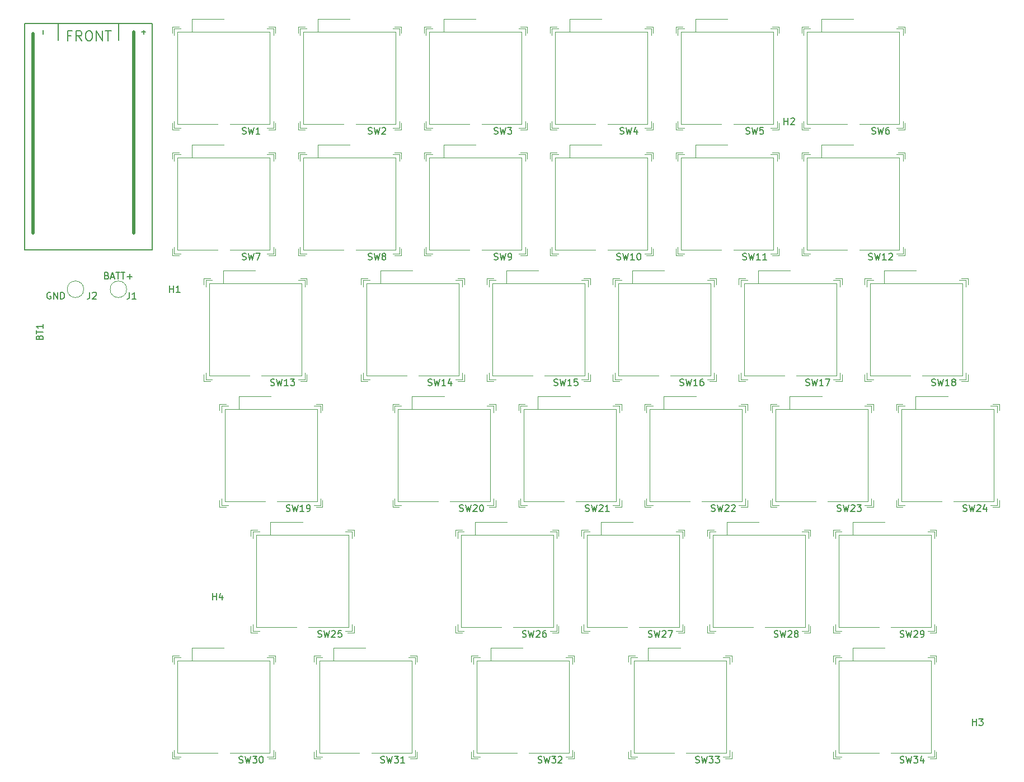
<source format=gbr>
%TF.GenerationSoftware,KiCad,Pcbnew,8.0.6*%
%TF.CreationDate,2025-05-11T12:33:19+09:00*%
%TF.ProjectId,65_split_left,36355f73-706c-4697-945f-6c6566742e6b,rev?*%
%TF.SameCoordinates,PX12f0318PYf8a778*%
%TF.FileFunction,Legend,Top*%
%TF.FilePolarity,Positive*%
%FSLAX46Y46*%
G04 Gerber Fmt 4.6, Leading zero omitted, Abs format (unit mm)*
G04 Created by KiCad (PCBNEW 8.0.6) date 2025-05-11 12:33:19*
%MOMM*%
%LPD*%
G01*
G04 APERTURE LIST*
%ADD10C,0.150000*%
%ADD11C,0.200000*%
%ADD12C,0.120000*%
%ADD13C,0.500000*%
G04 APERTURE END LIST*
D10*
X6738095Y-42002438D02*
X6642857Y-41954819D01*
X6642857Y-41954819D02*
X6500000Y-41954819D01*
X6500000Y-41954819D02*
X6357143Y-42002438D01*
X6357143Y-42002438D02*
X6261905Y-42097676D01*
X6261905Y-42097676D02*
X6214286Y-42192914D01*
X6214286Y-42192914D02*
X6166667Y-42383390D01*
X6166667Y-42383390D02*
X6166667Y-42526247D01*
X6166667Y-42526247D02*
X6214286Y-42716723D01*
X6214286Y-42716723D02*
X6261905Y-42811961D01*
X6261905Y-42811961D02*
X6357143Y-42907200D01*
X6357143Y-42907200D02*
X6500000Y-42954819D01*
X6500000Y-42954819D02*
X6595238Y-42954819D01*
X6595238Y-42954819D02*
X6738095Y-42907200D01*
X6738095Y-42907200D02*
X6785714Y-42859580D01*
X6785714Y-42859580D02*
X6785714Y-42526247D01*
X6785714Y-42526247D02*
X6595238Y-42526247D01*
X7214286Y-42954819D02*
X7214286Y-41954819D01*
X7214286Y-41954819D02*
X7785714Y-42954819D01*
X7785714Y-42954819D02*
X7785714Y-41954819D01*
X8261905Y-42954819D02*
X8261905Y-41954819D01*
X8261905Y-41954819D02*
X8500000Y-41954819D01*
X8500000Y-41954819D02*
X8642857Y-42002438D01*
X8642857Y-42002438D02*
X8738095Y-42097676D01*
X8738095Y-42097676D02*
X8785714Y-42192914D01*
X8785714Y-42192914D02*
X8833333Y-42383390D01*
X8833333Y-42383390D02*
X8833333Y-42526247D01*
X8833333Y-42526247D02*
X8785714Y-42716723D01*
X8785714Y-42716723D02*
X8738095Y-42811961D01*
X8738095Y-42811961D02*
X8642857Y-42907200D01*
X8642857Y-42907200D02*
X8500000Y-42954819D01*
X8500000Y-42954819D02*
X8261905Y-42954819D01*
X15261904Y-39431009D02*
X15404761Y-39478628D01*
X15404761Y-39478628D02*
X15452380Y-39526247D01*
X15452380Y-39526247D02*
X15499999Y-39621485D01*
X15499999Y-39621485D02*
X15499999Y-39764342D01*
X15499999Y-39764342D02*
X15452380Y-39859580D01*
X15452380Y-39859580D02*
X15404761Y-39907200D01*
X15404761Y-39907200D02*
X15309523Y-39954819D01*
X15309523Y-39954819D02*
X14928571Y-39954819D01*
X14928571Y-39954819D02*
X14928571Y-38954819D01*
X14928571Y-38954819D02*
X15261904Y-38954819D01*
X15261904Y-38954819D02*
X15357142Y-39002438D01*
X15357142Y-39002438D02*
X15404761Y-39050057D01*
X15404761Y-39050057D02*
X15452380Y-39145295D01*
X15452380Y-39145295D02*
X15452380Y-39240533D01*
X15452380Y-39240533D02*
X15404761Y-39335771D01*
X15404761Y-39335771D02*
X15357142Y-39383390D01*
X15357142Y-39383390D02*
X15261904Y-39431009D01*
X15261904Y-39431009D02*
X14928571Y-39431009D01*
X15880952Y-39669104D02*
X16357142Y-39669104D01*
X15785714Y-39954819D02*
X16119047Y-38954819D01*
X16119047Y-38954819D02*
X16452380Y-39954819D01*
X16642857Y-38954819D02*
X17214285Y-38954819D01*
X16928571Y-39954819D02*
X16928571Y-38954819D01*
X17404762Y-38954819D02*
X17976190Y-38954819D01*
X17690476Y-39954819D02*
X17690476Y-38954819D01*
X18309524Y-39573866D02*
X19071429Y-39573866D01*
X18690476Y-39954819D02*
X18690476Y-39192914D01*
X80513226Y-113192200D02*
X80656083Y-113239819D01*
X80656083Y-113239819D02*
X80894178Y-113239819D01*
X80894178Y-113239819D02*
X80989416Y-113192200D01*
X80989416Y-113192200D02*
X81037035Y-113144580D01*
X81037035Y-113144580D02*
X81084654Y-113049342D01*
X81084654Y-113049342D02*
X81084654Y-112954104D01*
X81084654Y-112954104D02*
X81037035Y-112858866D01*
X81037035Y-112858866D02*
X80989416Y-112811247D01*
X80989416Y-112811247D02*
X80894178Y-112763628D01*
X80894178Y-112763628D02*
X80703702Y-112716009D01*
X80703702Y-112716009D02*
X80608464Y-112668390D01*
X80608464Y-112668390D02*
X80560845Y-112620771D01*
X80560845Y-112620771D02*
X80513226Y-112525533D01*
X80513226Y-112525533D02*
X80513226Y-112430295D01*
X80513226Y-112430295D02*
X80560845Y-112335057D01*
X80560845Y-112335057D02*
X80608464Y-112287438D01*
X80608464Y-112287438D02*
X80703702Y-112239819D01*
X80703702Y-112239819D02*
X80941797Y-112239819D01*
X80941797Y-112239819D02*
X81084654Y-112287438D01*
X81417988Y-112239819D02*
X81656083Y-113239819D01*
X81656083Y-113239819D02*
X81846559Y-112525533D01*
X81846559Y-112525533D02*
X82037035Y-113239819D01*
X82037035Y-113239819D02*
X82275131Y-112239819D01*
X82560845Y-112239819D02*
X83179892Y-112239819D01*
X83179892Y-112239819D02*
X82846559Y-112620771D01*
X82846559Y-112620771D02*
X82989416Y-112620771D01*
X82989416Y-112620771D02*
X83084654Y-112668390D01*
X83084654Y-112668390D02*
X83132273Y-112716009D01*
X83132273Y-112716009D02*
X83179892Y-112811247D01*
X83179892Y-112811247D02*
X83179892Y-113049342D01*
X83179892Y-113049342D02*
X83132273Y-113144580D01*
X83132273Y-113144580D02*
X83084654Y-113192200D01*
X83084654Y-113192200D02*
X82989416Y-113239819D01*
X82989416Y-113239819D02*
X82703702Y-113239819D01*
X82703702Y-113239819D02*
X82608464Y-113192200D01*
X82608464Y-113192200D02*
X82560845Y-113144580D01*
X83560845Y-112335057D02*
X83608464Y-112287438D01*
X83608464Y-112287438D02*
X83703702Y-112239819D01*
X83703702Y-112239819D02*
X83941797Y-112239819D01*
X83941797Y-112239819D02*
X84037035Y-112287438D01*
X84037035Y-112287438D02*
X84084654Y-112335057D01*
X84084654Y-112335057D02*
X84132273Y-112430295D01*
X84132273Y-112430295D02*
X84132273Y-112525533D01*
X84132273Y-112525533D02*
X84084654Y-112668390D01*
X84084654Y-112668390D02*
X83513226Y-113239819D01*
X83513226Y-113239819D02*
X84132273Y-113239819D01*
X116231976Y-94142200D02*
X116374833Y-94189819D01*
X116374833Y-94189819D02*
X116612928Y-94189819D01*
X116612928Y-94189819D02*
X116708166Y-94142200D01*
X116708166Y-94142200D02*
X116755785Y-94094580D01*
X116755785Y-94094580D02*
X116803404Y-93999342D01*
X116803404Y-93999342D02*
X116803404Y-93904104D01*
X116803404Y-93904104D02*
X116755785Y-93808866D01*
X116755785Y-93808866D02*
X116708166Y-93761247D01*
X116708166Y-93761247D02*
X116612928Y-93713628D01*
X116612928Y-93713628D02*
X116422452Y-93666009D01*
X116422452Y-93666009D02*
X116327214Y-93618390D01*
X116327214Y-93618390D02*
X116279595Y-93570771D01*
X116279595Y-93570771D02*
X116231976Y-93475533D01*
X116231976Y-93475533D02*
X116231976Y-93380295D01*
X116231976Y-93380295D02*
X116279595Y-93285057D01*
X116279595Y-93285057D02*
X116327214Y-93237438D01*
X116327214Y-93237438D02*
X116422452Y-93189819D01*
X116422452Y-93189819D02*
X116660547Y-93189819D01*
X116660547Y-93189819D02*
X116803404Y-93237438D01*
X117136738Y-93189819D02*
X117374833Y-94189819D01*
X117374833Y-94189819D02*
X117565309Y-93475533D01*
X117565309Y-93475533D02*
X117755785Y-94189819D01*
X117755785Y-94189819D02*
X117993881Y-93189819D01*
X118327214Y-93285057D02*
X118374833Y-93237438D01*
X118374833Y-93237438D02*
X118470071Y-93189819D01*
X118470071Y-93189819D02*
X118708166Y-93189819D01*
X118708166Y-93189819D02*
X118803404Y-93237438D01*
X118803404Y-93237438D02*
X118851023Y-93285057D01*
X118851023Y-93285057D02*
X118898642Y-93380295D01*
X118898642Y-93380295D02*
X118898642Y-93475533D01*
X118898642Y-93475533D02*
X118851023Y-93618390D01*
X118851023Y-93618390D02*
X118279595Y-94189819D01*
X118279595Y-94189819D02*
X118898642Y-94189819D01*
X119470071Y-93618390D02*
X119374833Y-93570771D01*
X119374833Y-93570771D02*
X119327214Y-93523152D01*
X119327214Y-93523152D02*
X119279595Y-93427914D01*
X119279595Y-93427914D02*
X119279595Y-93380295D01*
X119279595Y-93380295D02*
X119327214Y-93285057D01*
X119327214Y-93285057D02*
X119374833Y-93237438D01*
X119374833Y-93237438D02*
X119470071Y-93189819D01*
X119470071Y-93189819D02*
X119660547Y-93189819D01*
X119660547Y-93189819D02*
X119755785Y-93237438D01*
X119755785Y-93237438D02*
X119803404Y-93285057D01*
X119803404Y-93285057D02*
X119851023Y-93380295D01*
X119851023Y-93380295D02*
X119851023Y-93427914D01*
X119851023Y-93427914D02*
X119803404Y-93523152D01*
X119803404Y-93523152D02*
X119755785Y-93570771D01*
X119755785Y-93570771D02*
X119660547Y-93618390D01*
X119660547Y-93618390D02*
X119470071Y-93618390D01*
X119470071Y-93618390D02*
X119374833Y-93666009D01*
X119374833Y-93666009D02*
X119327214Y-93713628D01*
X119327214Y-93713628D02*
X119279595Y-93808866D01*
X119279595Y-93808866D02*
X119279595Y-93999342D01*
X119279595Y-93999342D02*
X119327214Y-94094580D01*
X119327214Y-94094580D02*
X119374833Y-94142200D01*
X119374833Y-94142200D02*
X119470071Y-94189819D01*
X119470071Y-94189819D02*
X119660547Y-94189819D01*
X119660547Y-94189819D02*
X119755785Y-94142200D01*
X119755785Y-94142200D02*
X119803404Y-94094580D01*
X119803404Y-94094580D02*
X119851023Y-93999342D01*
X119851023Y-93999342D02*
X119851023Y-93808866D01*
X119851023Y-93808866D02*
X119803404Y-93713628D01*
X119803404Y-93713628D02*
X119755785Y-93666009D01*
X119755785Y-93666009D02*
X119660547Y-93618390D01*
X111469476Y-36992200D02*
X111612333Y-37039819D01*
X111612333Y-37039819D02*
X111850428Y-37039819D01*
X111850428Y-37039819D02*
X111945666Y-36992200D01*
X111945666Y-36992200D02*
X111993285Y-36944580D01*
X111993285Y-36944580D02*
X112040904Y-36849342D01*
X112040904Y-36849342D02*
X112040904Y-36754104D01*
X112040904Y-36754104D02*
X111993285Y-36658866D01*
X111993285Y-36658866D02*
X111945666Y-36611247D01*
X111945666Y-36611247D02*
X111850428Y-36563628D01*
X111850428Y-36563628D02*
X111659952Y-36516009D01*
X111659952Y-36516009D02*
X111564714Y-36468390D01*
X111564714Y-36468390D02*
X111517095Y-36420771D01*
X111517095Y-36420771D02*
X111469476Y-36325533D01*
X111469476Y-36325533D02*
X111469476Y-36230295D01*
X111469476Y-36230295D02*
X111517095Y-36135057D01*
X111517095Y-36135057D02*
X111564714Y-36087438D01*
X111564714Y-36087438D02*
X111659952Y-36039819D01*
X111659952Y-36039819D02*
X111898047Y-36039819D01*
X111898047Y-36039819D02*
X112040904Y-36087438D01*
X112374238Y-36039819D02*
X112612333Y-37039819D01*
X112612333Y-37039819D02*
X112802809Y-36325533D01*
X112802809Y-36325533D02*
X112993285Y-37039819D01*
X112993285Y-37039819D02*
X113231381Y-36039819D01*
X114136142Y-37039819D02*
X113564714Y-37039819D01*
X113850428Y-37039819D02*
X113850428Y-36039819D01*
X113850428Y-36039819D02*
X113755190Y-36182676D01*
X113755190Y-36182676D02*
X113659952Y-36277914D01*
X113659952Y-36277914D02*
X113564714Y-36325533D01*
X115088523Y-37039819D02*
X114517095Y-37039819D01*
X114802809Y-37039819D02*
X114802809Y-36039819D01*
X114802809Y-36039819D02*
X114707571Y-36182676D01*
X114707571Y-36182676D02*
X114612333Y-36277914D01*
X114612333Y-36277914D02*
X114517095Y-36325533D01*
X68606976Y-75092200D02*
X68749833Y-75139819D01*
X68749833Y-75139819D02*
X68987928Y-75139819D01*
X68987928Y-75139819D02*
X69083166Y-75092200D01*
X69083166Y-75092200D02*
X69130785Y-75044580D01*
X69130785Y-75044580D02*
X69178404Y-74949342D01*
X69178404Y-74949342D02*
X69178404Y-74854104D01*
X69178404Y-74854104D02*
X69130785Y-74758866D01*
X69130785Y-74758866D02*
X69083166Y-74711247D01*
X69083166Y-74711247D02*
X68987928Y-74663628D01*
X68987928Y-74663628D02*
X68797452Y-74616009D01*
X68797452Y-74616009D02*
X68702214Y-74568390D01*
X68702214Y-74568390D02*
X68654595Y-74520771D01*
X68654595Y-74520771D02*
X68606976Y-74425533D01*
X68606976Y-74425533D02*
X68606976Y-74330295D01*
X68606976Y-74330295D02*
X68654595Y-74235057D01*
X68654595Y-74235057D02*
X68702214Y-74187438D01*
X68702214Y-74187438D02*
X68797452Y-74139819D01*
X68797452Y-74139819D02*
X69035547Y-74139819D01*
X69035547Y-74139819D02*
X69178404Y-74187438D01*
X69511738Y-74139819D02*
X69749833Y-75139819D01*
X69749833Y-75139819D02*
X69940309Y-74425533D01*
X69940309Y-74425533D02*
X70130785Y-75139819D01*
X70130785Y-75139819D02*
X70368881Y-74139819D01*
X70702214Y-74235057D02*
X70749833Y-74187438D01*
X70749833Y-74187438D02*
X70845071Y-74139819D01*
X70845071Y-74139819D02*
X71083166Y-74139819D01*
X71083166Y-74139819D02*
X71178404Y-74187438D01*
X71178404Y-74187438D02*
X71226023Y-74235057D01*
X71226023Y-74235057D02*
X71273642Y-74330295D01*
X71273642Y-74330295D02*
X71273642Y-74425533D01*
X71273642Y-74425533D02*
X71226023Y-74568390D01*
X71226023Y-74568390D02*
X70654595Y-75139819D01*
X70654595Y-75139819D02*
X71273642Y-75139819D01*
X71892690Y-74139819D02*
X71987928Y-74139819D01*
X71987928Y-74139819D02*
X72083166Y-74187438D01*
X72083166Y-74187438D02*
X72130785Y-74235057D01*
X72130785Y-74235057D02*
X72178404Y-74330295D01*
X72178404Y-74330295D02*
X72226023Y-74520771D01*
X72226023Y-74520771D02*
X72226023Y-74758866D01*
X72226023Y-74758866D02*
X72178404Y-74949342D01*
X72178404Y-74949342D02*
X72130785Y-75044580D01*
X72130785Y-75044580D02*
X72083166Y-75092200D01*
X72083166Y-75092200D02*
X71987928Y-75139819D01*
X71987928Y-75139819D02*
X71892690Y-75139819D01*
X71892690Y-75139819D02*
X71797452Y-75092200D01*
X71797452Y-75092200D02*
X71749833Y-75044580D01*
X71749833Y-75044580D02*
X71702214Y-74949342D01*
X71702214Y-74949342D02*
X71654595Y-74758866D01*
X71654595Y-74758866D02*
X71654595Y-74520771D01*
X71654595Y-74520771D02*
X71702214Y-74330295D01*
X71702214Y-74330295D02*
X71749833Y-74235057D01*
X71749833Y-74235057D02*
X71797452Y-74187438D01*
X71797452Y-74187438D02*
X71892690Y-74139819D01*
X73845667Y-36992200D02*
X73988524Y-37039819D01*
X73988524Y-37039819D02*
X74226619Y-37039819D01*
X74226619Y-37039819D02*
X74321857Y-36992200D01*
X74321857Y-36992200D02*
X74369476Y-36944580D01*
X74369476Y-36944580D02*
X74417095Y-36849342D01*
X74417095Y-36849342D02*
X74417095Y-36754104D01*
X74417095Y-36754104D02*
X74369476Y-36658866D01*
X74369476Y-36658866D02*
X74321857Y-36611247D01*
X74321857Y-36611247D02*
X74226619Y-36563628D01*
X74226619Y-36563628D02*
X74036143Y-36516009D01*
X74036143Y-36516009D02*
X73940905Y-36468390D01*
X73940905Y-36468390D02*
X73893286Y-36420771D01*
X73893286Y-36420771D02*
X73845667Y-36325533D01*
X73845667Y-36325533D02*
X73845667Y-36230295D01*
X73845667Y-36230295D02*
X73893286Y-36135057D01*
X73893286Y-36135057D02*
X73940905Y-36087438D01*
X73940905Y-36087438D02*
X74036143Y-36039819D01*
X74036143Y-36039819D02*
X74274238Y-36039819D01*
X74274238Y-36039819D02*
X74417095Y-36087438D01*
X74750429Y-36039819D02*
X74988524Y-37039819D01*
X74988524Y-37039819D02*
X75179000Y-36325533D01*
X75179000Y-36325533D02*
X75369476Y-37039819D01*
X75369476Y-37039819D02*
X75607572Y-36039819D01*
X76036143Y-37039819D02*
X76226619Y-37039819D01*
X76226619Y-37039819D02*
X76321857Y-36992200D01*
X76321857Y-36992200D02*
X76369476Y-36944580D01*
X76369476Y-36944580D02*
X76464714Y-36801723D01*
X76464714Y-36801723D02*
X76512333Y-36611247D01*
X76512333Y-36611247D02*
X76512333Y-36230295D01*
X76512333Y-36230295D02*
X76464714Y-36135057D01*
X76464714Y-36135057D02*
X76417095Y-36087438D01*
X76417095Y-36087438D02*
X76321857Y-36039819D01*
X76321857Y-36039819D02*
X76131381Y-36039819D01*
X76131381Y-36039819D02*
X76036143Y-36087438D01*
X76036143Y-36087438D02*
X75988524Y-36135057D01*
X75988524Y-36135057D02*
X75940905Y-36230295D01*
X75940905Y-36230295D02*
X75940905Y-36468390D01*
X75940905Y-36468390D02*
X75988524Y-36563628D01*
X75988524Y-36563628D02*
X76036143Y-36611247D01*
X76036143Y-36611247D02*
X76131381Y-36658866D01*
X76131381Y-36658866D02*
X76321857Y-36658866D01*
X76321857Y-36658866D02*
X76417095Y-36611247D01*
X76417095Y-36611247D02*
X76464714Y-36563628D01*
X76464714Y-36563628D02*
X76512333Y-36468390D01*
X135281976Y-94142200D02*
X135424833Y-94189819D01*
X135424833Y-94189819D02*
X135662928Y-94189819D01*
X135662928Y-94189819D02*
X135758166Y-94142200D01*
X135758166Y-94142200D02*
X135805785Y-94094580D01*
X135805785Y-94094580D02*
X135853404Y-93999342D01*
X135853404Y-93999342D02*
X135853404Y-93904104D01*
X135853404Y-93904104D02*
X135805785Y-93808866D01*
X135805785Y-93808866D02*
X135758166Y-93761247D01*
X135758166Y-93761247D02*
X135662928Y-93713628D01*
X135662928Y-93713628D02*
X135472452Y-93666009D01*
X135472452Y-93666009D02*
X135377214Y-93618390D01*
X135377214Y-93618390D02*
X135329595Y-93570771D01*
X135329595Y-93570771D02*
X135281976Y-93475533D01*
X135281976Y-93475533D02*
X135281976Y-93380295D01*
X135281976Y-93380295D02*
X135329595Y-93285057D01*
X135329595Y-93285057D02*
X135377214Y-93237438D01*
X135377214Y-93237438D02*
X135472452Y-93189819D01*
X135472452Y-93189819D02*
X135710547Y-93189819D01*
X135710547Y-93189819D02*
X135853404Y-93237438D01*
X136186738Y-93189819D02*
X136424833Y-94189819D01*
X136424833Y-94189819D02*
X136615309Y-93475533D01*
X136615309Y-93475533D02*
X136805785Y-94189819D01*
X136805785Y-94189819D02*
X137043881Y-93189819D01*
X137377214Y-93285057D02*
X137424833Y-93237438D01*
X137424833Y-93237438D02*
X137520071Y-93189819D01*
X137520071Y-93189819D02*
X137758166Y-93189819D01*
X137758166Y-93189819D02*
X137853404Y-93237438D01*
X137853404Y-93237438D02*
X137901023Y-93285057D01*
X137901023Y-93285057D02*
X137948642Y-93380295D01*
X137948642Y-93380295D02*
X137948642Y-93475533D01*
X137948642Y-93475533D02*
X137901023Y-93618390D01*
X137901023Y-93618390D02*
X137329595Y-94189819D01*
X137329595Y-94189819D02*
X137948642Y-94189819D01*
X138424833Y-94189819D02*
X138615309Y-94189819D01*
X138615309Y-94189819D02*
X138710547Y-94142200D01*
X138710547Y-94142200D02*
X138758166Y-94094580D01*
X138758166Y-94094580D02*
X138853404Y-93951723D01*
X138853404Y-93951723D02*
X138901023Y-93761247D01*
X138901023Y-93761247D02*
X138901023Y-93380295D01*
X138901023Y-93380295D02*
X138853404Y-93285057D01*
X138853404Y-93285057D02*
X138805785Y-93237438D01*
X138805785Y-93237438D02*
X138710547Y-93189819D01*
X138710547Y-93189819D02*
X138520071Y-93189819D01*
X138520071Y-93189819D02*
X138424833Y-93237438D01*
X138424833Y-93237438D02*
X138377214Y-93285057D01*
X138377214Y-93285057D02*
X138329595Y-93380295D01*
X138329595Y-93380295D02*
X138329595Y-93618390D01*
X138329595Y-93618390D02*
X138377214Y-93713628D01*
X138377214Y-93713628D02*
X138424833Y-93761247D01*
X138424833Y-93761247D02*
X138520071Y-93808866D01*
X138520071Y-93808866D02*
X138710547Y-93808866D01*
X138710547Y-93808866D02*
X138805785Y-93761247D01*
X138805785Y-93761247D02*
X138853404Y-93713628D01*
X138853404Y-93713628D02*
X138901023Y-93618390D01*
X140044476Y-56042200D02*
X140187333Y-56089819D01*
X140187333Y-56089819D02*
X140425428Y-56089819D01*
X140425428Y-56089819D02*
X140520666Y-56042200D01*
X140520666Y-56042200D02*
X140568285Y-55994580D01*
X140568285Y-55994580D02*
X140615904Y-55899342D01*
X140615904Y-55899342D02*
X140615904Y-55804104D01*
X140615904Y-55804104D02*
X140568285Y-55708866D01*
X140568285Y-55708866D02*
X140520666Y-55661247D01*
X140520666Y-55661247D02*
X140425428Y-55613628D01*
X140425428Y-55613628D02*
X140234952Y-55566009D01*
X140234952Y-55566009D02*
X140139714Y-55518390D01*
X140139714Y-55518390D02*
X140092095Y-55470771D01*
X140092095Y-55470771D02*
X140044476Y-55375533D01*
X140044476Y-55375533D02*
X140044476Y-55280295D01*
X140044476Y-55280295D02*
X140092095Y-55185057D01*
X140092095Y-55185057D02*
X140139714Y-55137438D01*
X140139714Y-55137438D02*
X140234952Y-55089819D01*
X140234952Y-55089819D02*
X140473047Y-55089819D01*
X140473047Y-55089819D02*
X140615904Y-55137438D01*
X140949238Y-55089819D02*
X141187333Y-56089819D01*
X141187333Y-56089819D02*
X141377809Y-55375533D01*
X141377809Y-55375533D02*
X141568285Y-56089819D01*
X141568285Y-56089819D02*
X141806381Y-55089819D01*
X142711142Y-56089819D02*
X142139714Y-56089819D01*
X142425428Y-56089819D02*
X142425428Y-55089819D01*
X142425428Y-55089819D02*
X142330190Y-55232676D01*
X142330190Y-55232676D02*
X142234952Y-55327914D01*
X142234952Y-55327914D02*
X142139714Y-55375533D01*
X143282571Y-55518390D02*
X143187333Y-55470771D01*
X143187333Y-55470771D02*
X143139714Y-55423152D01*
X143139714Y-55423152D02*
X143092095Y-55327914D01*
X143092095Y-55327914D02*
X143092095Y-55280295D01*
X143092095Y-55280295D02*
X143139714Y-55185057D01*
X143139714Y-55185057D02*
X143187333Y-55137438D01*
X143187333Y-55137438D02*
X143282571Y-55089819D01*
X143282571Y-55089819D02*
X143473047Y-55089819D01*
X143473047Y-55089819D02*
X143568285Y-55137438D01*
X143568285Y-55137438D02*
X143615904Y-55185057D01*
X143615904Y-55185057D02*
X143663523Y-55280295D01*
X143663523Y-55280295D02*
X143663523Y-55327914D01*
X143663523Y-55327914D02*
X143615904Y-55423152D01*
X143615904Y-55423152D02*
X143568285Y-55470771D01*
X143568285Y-55470771D02*
X143473047Y-55518390D01*
X143473047Y-55518390D02*
X143282571Y-55518390D01*
X143282571Y-55518390D02*
X143187333Y-55566009D01*
X143187333Y-55566009D02*
X143139714Y-55613628D01*
X143139714Y-55613628D02*
X143092095Y-55708866D01*
X143092095Y-55708866D02*
X143092095Y-55899342D01*
X143092095Y-55899342D02*
X143139714Y-55994580D01*
X143139714Y-55994580D02*
X143187333Y-56042200D01*
X143187333Y-56042200D02*
X143282571Y-56089819D01*
X143282571Y-56089819D02*
X143473047Y-56089819D01*
X143473047Y-56089819D02*
X143568285Y-56042200D01*
X143568285Y-56042200D02*
X143615904Y-55994580D01*
X143615904Y-55994580D02*
X143663523Y-55899342D01*
X143663523Y-55899342D02*
X143663523Y-55708866D01*
X143663523Y-55708866D02*
X143615904Y-55613628D01*
X143615904Y-55613628D02*
X143568285Y-55566009D01*
X143568285Y-55566009D02*
X143473047Y-55518390D01*
X87656976Y-75092200D02*
X87799833Y-75139819D01*
X87799833Y-75139819D02*
X88037928Y-75139819D01*
X88037928Y-75139819D02*
X88133166Y-75092200D01*
X88133166Y-75092200D02*
X88180785Y-75044580D01*
X88180785Y-75044580D02*
X88228404Y-74949342D01*
X88228404Y-74949342D02*
X88228404Y-74854104D01*
X88228404Y-74854104D02*
X88180785Y-74758866D01*
X88180785Y-74758866D02*
X88133166Y-74711247D01*
X88133166Y-74711247D02*
X88037928Y-74663628D01*
X88037928Y-74663628D02*
X87847452Y-74616009D01*
X87847452Y-74616009D02*
X87752214Y-74568390D01*
X87752214Y-74568390D02*
X87704595Y-74520771D01*
X87704595Y-74520771D02*
X87656976Y-74425533D01*
X87656976Y-74425533D02*
X87656976Y-74330295D01*
X87656976Y-74330295D02*
X87704595Y-74235057D01*
X87704595Y-74235057D02*
X87752214Y-74187438D01*
X87752214Y-74187438D02*
X87847452Y-74139819D01*
X87847452Y-74139819D02*
X88085547Y-74139819D01*
X88085547Y-74139819D02*
X88228404Y-74187438D01*
X88561738Y-74139819D02*
X88799833Y-75139819D01*
X88799833Y-75139819D02*
X88990309Y-74425533D01*
X88990309Y-74425533D02*
X89180785Y-75139819D01*
X89180785Y-75139819D02*
X89418881Y-74139819D01*
X89752214Y-74235057D02*
X89799833Y-74187438D01*
X89799833Y-74187438D02*
X89895071Y-74139819D01*
X89895071Y-74139819D02*
X90133166Y-74139819D01*
X90133166Y-74139819D02*
X90228404Y-74187438D01*
X90228404Y-74187438D02*
X90276023Y-74235057D01*
X90276023Y-74235057D02*
X90323642Y-74330295D01*
X90323642Y-74330295D02*
X90323642Y-74425533D01*
X90323642Y-74425533D02*
X90276023Y-74568390D01*
X90276023Y-74568390D02*
X89704595Y-75139819D01*
X89704595Y-75139819D02*
X90323642Y-75139819D01*
X91276023Y-75139819D02*
X90704595Y-75139819D01*
X90990309Y-75139819D02*
X90990309Y-74139819D01*
X90990309Y-74139819D02*
X90895071Y-74282676D01*
X90895071Y-74282676D02*
X90799833Y-74377914D01*
X90799833Y-74377914D02*
X90704595Y-74425533D01*
X12666666Y-41954819D02*
X12666666Y-42669104D01*
X12666666Y-42669104D02*
X12619047Y-42811961D01*
X12619047Y-42811961D02*
X12523809Y-42907200D01*
X12523809Y-42907200D02*
X12380952Y-42954819D01*
X12380952Y-42954819D02*
X12285714Y-42954819D01*
X13095238Y-42050057D02*
X13142857Y-42002438D01*
X13142857Y-42002438D02*
X13238095Y-41954819D01*
X13238095Y-41954819D02*
X13476190Y-41954819D01*
X13476190Y-41954819D02*
X13571428Y-42002438D01*
X13571428Y-42002438D02*
X13619047Y-42050057D01*
X13619047Y-42050057D02*
X13666666Y-42145295D01*
X13666666Y-42145295D02*
X13666666Y-42240533D01*
X13666666Y-42240533D02*
X13619047Y-42383390D01*
X13619047Y-42383390D02*
X13047619Y-42954819D01*
X13047619Y-42954819D02*
X13666666Y-42954819D01*
X73845667Y-17942200D02*
X73988524Y-17989819D01*
X73988524Y-17989819D02*
X74226619Y-17989819D01*
X74226619Y-17989819D02*
X74321857Y-17942200D01*
X74321857Y-17942200D02*
X74369476Y-17894580D01*
X74369476Y-17894580D02*
X74417095Y-17799342D01*
X74417095Y-17799342D02*
X74417095Y-17704104D01*
X74417095Y-17704104D02*
X74369476Y-17608866D01*
X74369476Y-17608866D02*
X74321857Y-17561247D01*
X74321857Y-17561247D02*
X74226619Y-17513628D01*
X74226619Y-17513628D02*
X74036143Y-17466009D01*
X74036143Y-17466009D02*
X73940905Y-17418390D01*
X73940905Y-17418390D02*
X73893286Y-17370771D01*
X73893286Y-17370771D02*
X73845667Y-17275533D01*
X73845667Y-17275533D02*
X73845667Y-17180295D01*
X73845667Y-17180295D02*
X73893286Y-17085057D01*
X73893286Y-17085057D02*
X73940905Y-17037438D01*
X73940905Y-17037438D02*
X74036143Y-16989819D01*
X74036143Y-16989819D02*
X74274238Y-16989819D01*
X74274238Y-16989819D02*
X74417095Y-17037438D01*
X74750429Y-16989819D02*
X74988524Y-17989819D01*
X74988524Y-17989819D02*
X75179000Y-17275533D01*
X75179000Y-17275533D02*
X75369476Y-17989819D01*
X75369476Y-17989819D02*
X75607572Y-16989819D01*
X75893286Y-16989819D02*
X76512333Y-16989819D01*
X76512333Y-16989819D02*
X76179000Y-17370771D01*
X76179000Y-17370771D02*
X76321857Y-17370771D01*
X76321857Y-17370771D02*
X76417095Y-17418390D01*
X76417095Y-17418390D02*
X76464714Y-17466009D01*
X76464714Y-17466009D02*
X76512333Y-17561247D01*
X76512333Y-17561247D02*
X76512333Y-17799342D01*
X76512333Y-17799342D02*
X76464714Y-17894580D01*
X76464714Y-17894580D02*
X76417095Y-17942200D01*
X76417095Y-17942200D02*
X76321857Y-17989819D01*
X76321857Y-17989819D02*
X76036143Y-17989819D01*
X76036143Y-17989819D02*
X75940905Y-17942200D01*
X75940905Y-17942200D02*
X75893286Y-17894580D01*
X135281976Y-113192200D02*
X135424833Y-113239819D01*
X135424833Y-113239819D02*
X135662928Y-113239819D01*
X135662928Y-113239819D02*
X135758166Y-113192200D01*
X135758166Y-113192200D02*
X135805785Y-113144580D01*
X135805785Y-113144580D02*
X135853404Y-113049342D01*
X135853404Y-113049342D02*
X135853404Y-112954104D01*
X135853404Y-112954104D02*
X135805785Y-112858866D01*
X135805785Y-112858866D02*
X135758166Y-112811247D01*
X135758166Y-112811247D02*
X135662928Y-112763628D01*
X135662928Y-112763628D02*
X135472452Y-112716009D01*
X135472452Y-112716009D02*
X135377214Y-112668390D01*
X135377214Y-112668390D02*
X135329595Y-112620771D01*
X135329595Y-112620771D02*
X135281976Y-112525533D01*
X135281976Y-112525533D02*
X135281976Y-112430295D01*
X135281976Y-112430295D02*
X135329595Y-112335057D01*
X135329595Y-112335057D02*
X135377214Y-112287438D01*
X135377214Y-112287438D02*
X135472452Y-112239819D01*
X135472452Y-112239819D02*
X135710547Y-112239819D01*
X135710547Y-112239819D02*
X135853404Y-112287438D01*
X136186738Y-112239819D02*
X136424833Y-113239819D01*
X136424833Y-113239819D02*
X136615309Y-112525533D01*
X136615309Y-112525533D02*
X136805785Y-113239819D01*
X136805785Y-113239819D02*
X137043881Y-112239819D01*
X137329595Y-112239819D02*
X137948642Y-112239819D01*
X137948642Y-112239819D02*
X137615309Y-112620771D01*
X137615309Y-112620771D02*
X137758166Y-112620771D01*
X137758166Y-112620771D02*
X137853404Y-112668390D01*
X137853404Y-112668390D02*
X137901023Y-112716009D01*
X137901023Y-112716009D02*
X137948642Y-112811247D01*
X137948642Y-112811247D02*
X137948642Y-113049342D01*
X137948642Y-113049342D02*
X137901023Y-113144580D01*
X137901023Y-113144580D02*
X137853404Y-113192200D01*
X137853404Y-113192200D02*
X137758166Y-113239819D01*
X137758166Y-113239819D02*
X137472452Y-113239819D01*
X137472452Y-113239819D02*
X137377214Y-113192200D01*
X137377214Y-113192200D02*
X137329595Y-113144580D01*
X138805785Y-112573152D02*
X138805785Y-113239819D01*
X138567690Y-112192200D02*
X138329595Y-112906485D01*
X138329595Y-112906485D02*
X138948642Y-112906485D01*
X63844476Y-56042200D02*
X63987333Y-56089819D01*
X63987333Y-56089819D02*
X64225428Y-56089819D01*
X64225428Y-56089819D02*
X64320666Y-56042200D01*
X64320666Y-56042200D02*
X64368285Y-55994580D01*
X64368285Y-55994580D02*
X64415904Y-55899342D01*
X64415904Y-55899342D02*
X64415904Y-55804104D01*
X64415904Y-55804104D02*
X64368285Y-55708866D01*
X64368285Y-55708866D02*
X64320666Y-55661247D01*
X64320666Y-55661247D02*
X64225428Y-55613628D01*
X64225428Y-55613628D02*
X64034952Y-55566009D01*
X64034952Y-55566009D02*
X63939714Y-55518390D01*
X63939714Y-55518390D02*
X63892095Y-55470771D01*
X63892095Y-55470771D02*
X63844476Y-55375533D01*
X63844476Y-55375533D02*
X63844476Y-55280295D01*
X63844476Y-55280295D02*
X63892095Y-55185057D01*
X63892095Y-55185057D02*
X63939714Y-55137438D01*
X63939714Y-55137438D02*
X64034952Y-55089819D01*
X64034952Y-55089819D02*
X64273047Y-55089819D01*
X64273047Y-55089819D02*
X64415904Y-55137438D01*
X64749238Y-55089819D02*
X64987333Y-56089819D01*
X64987333Y-56089819D02*
X65177809Y-55375533D01*
X65177809Y-55375533D02*
X65368285Y-56089819D01*
X65368285Y-56089819D02*
X65606381Y-55089819D01*
X66511142Y-56089819D02*
X65939714Y-56089819D01*
X66225428Y-56089819D02*
X66225428Y-55089819D01*
X66225428Y-55089819D02*
X66130190Y-55232676D01*
X66130190Y-55232676D02*
X66034952Y-55327914D01*
X66034952Y-55327914D02*
X65939714Y-55375533D01*
X67368285Y-55423152D02*
X67368285Y-56089819D01*
X67130190Y-55042200D02*
X66892095Y-55756485D01*
X66892095Y-55756485D02*
X67511142Y-55756485D01*
X92419476Y-36992200D02*
X92562333Y-37039819D01*
X92562333Y-37039819D02*
X92800428Y-37039819D01*
X92800428Y-37039819D02*
X92895666Y-36992200D01*
X92895666Y-36992200D02*
X92943285Y-36944580D01*
X92943285Y-36944580D02*
X92990904Y-36849342D01*
X92990904Y-36849342D02*
X92990904Y-36754104D01*
X92990904Y-36754104D02*
X92943285Y-36658866D01*
X92943285Y-36658866D02*
X92895666Y-36611247D01*
X92895666Y-36611247D02*
X92800428Y-36563628D01*
X92800428Y-36563628D02*
X92609952Y-36516009D01*
X92609952Y-36516009D02*
X92514714Y-36468390D01*
X92514714Y-36468390D02*
X92467095Y-36420771D01*
X92467095Y-36420771D02*
X92419476Y-36325533D01*
X92419476Y-36325533D02*
X92419476Y-36230295D01*
X92419476Y-36230295D02*
X92467095Y-36135057D01*
X92467095Y-36135057D02*
X92514714Y-36087438D01*
X92514714Y-36087438D02*
X92609952Y-36039819D01*
X92609952Y-36039819D02*
X92848047Y-36039819D01*
X92848047Y-36039819D02*
X92990904Y-36087438D01*
X93324238Y-36039819D02*
X93562333Y-37039819D01*
X93562333Y-37039819D02*
X93752809Y-36325533D01*
X93752809Y-36325533D02*
X93943285Y-37039819D01*
X93943285Y-37039819D02*
X94181381Y-36039819D01*
X95086142Y-37039819D02*
X94514714Y-37039819D01*
X94800428Y-37039819D02*
X94800428Y-36039819D01*
X94800428Y-36039819D02*
X94705190Y-36182676D01*
X94705190Y-36182676D02*
X94609952Y-36277914D01*
X94609952Y-36277914D02*
X94514714Y-36325533D01*
X95705190Y-36039819D02*
X95800428Y-36039819D01*
X95800428Y-36039819D02*
X95895666Y-36087438D01*
X95895666Y-36087438D02*
X95943285Y-36135057D01*
X95943285Y-36135057D02*
X95990904Y-36230295D01*
X95990904Y-36230295D02*
X96038523Y-36420771D01*
X96038523Y-36420771D02*
X96038523Y-36658866D01*
X96038523Y-36658866D02*
X95990904Y-36849342D01*
X95990904Y-36849342D02*
X95943285Y-36944580D01*
X95943285Y-36944580D02*
X95895666Y-36992200D01*
X95895666Y-36992200D02*
X95800428Y-37039819D01*
X95800428Y-37039819D02*
X95705190Y-37039819D01*
X95705190Y-37039819D02*
X95609952Y-36992200D01*
X95609952Y-36992200D02*
X95562333Y-36944580D01*
X95562333Y-36944580D02*
X95514714Y-36849342D01*
X95514714Y-36849342D02*
X95467095Y-36658866D01*
X95467095Y-36658866D02*
X95467095Y-36420771D01*
X95467095Y-36420771D02*
X95514714Y-36230295D01*
X95514714Y-36230295D02*
X95562333Y-36135057D01*
X95562333Y-36135057D02*
X95609952Y-36087438D01*
X95609952Y-36087438D02*
X95705190Y-36039819D01*
X82894476Y-56042200D02*
X83037333Y-56089819D01*
X83037333Y-56089819D02*
X83275428Y-56089819D01*
X83275428Y-56089819D02*
X83370666Y-56042200D01*
X83370666Y-56042200D02*
X83418285Y-55994580D01*
X83418285Y-55994580D02*
X83465904Y-55899342D01*
X83465904Y-55899342D02*
X83465904Y-55804104D01*
X83465904Y-55804104D02*
X83418285Y-55708866D01*
X83418285Y-55708866D02*
X83370666Y-55661247D01*
X83370666Y-55661247D02*
X83275428Y-55613628D01*
X83275428Y-55613628D02*
X83084952Y-55566009D01*
X83084952Y-55566009D02*
X82989714Y-55518390D01*
X82989714Y-55518390D02*
X82942095Y-55470771D01*
X82942095Y-55470771D02*
X82894476Y-55375533D01*
X82894476Y-55375533D02*
X82894476Y-55280295D01*
X82894476Y-55280295D02*
X82942095Y-55185057D01*
X82942095Y-55185057D02*
X82989714Y-55137438D01*
X82989714Y-55137438D02*
X83084952Y-55089819D01*
X83084952Y-55089819D02*
X83323047Y-55089819D01*
X83323047Y-55089819D02*
X83465904Y-55137438D01*
X83799238Y-55089819D02*
X84037333Y-56089819D01*
X84037333Y-56089819D02*
X84227809Y-55375533D01*
X84227809Y-55375533D02*
X84418285Y-56089819D01*
X84418285Y-56089819D02*
X84656381Y-55089819D01*
X85561142Y-56089819D02*
X84989714Y-56089819D01*
X85275428Y-56089819D02*
X85275428Y-55089819D01*
X85275428Y-55089819D02*
X85180190Y-55232676D01*
X85180190Y-55232676D02*
X85084952Y-55327914D01*
X85084952Y-55327914D02*
X84989714Y-55375533D01*
X86465904Y-55089819D02*
X85989714Y-55089819D01*
X85989714Y-55089819D02*
X85942095Y-55566009D01*
X85942095Y-55566009D02*
X85989714Y-55518390D01*
X85989714Y-55518390D02*
X86084952Y-55470771D01*
X86084952Y-55470771D02*
X86323047Y-55470771D01*
X86323047Y-55470771D02*
X86418285Y-55518390D01*
X86418285Y-55518390D02*
X86465904Y-55566009D01*
X86465904Y-55566009D02*
X86513523Y-55661247D01*
X86513523Y-55661247D02*
X86513523Y-55899342D01*
X86513523Y-55899342D02*
X86465904Y-55994580D01*
X86465904Y-55994580D02*
X86418285Y-56042200D01*
X86418285Y-56042200D02*
X86323047Y-56089819D01*
X86323047Y-56089819D02*
X86084952Y-56089819D01*
X86084952Y-56089819D02*
X85989714Y-56042200D01*
X85989714Y-56042200D02*
X85942095Y-55994580D01*
X97181976Y-94142200D02*
X97324833Y-94189819D01*
X97324833Y-94189819D02*
X97562928Y-94189819D01*
X97562928Y-94189819D02*
X97658166Y-94142200D01*
X97658166Y-94142200D02*
X97705785Y-94094580D01*
X97705785Y-94094580D02*
X97753404Y-93999342D01*
X97753404Y-93999342D02*
X97753404Y-93904104D01*
X97753404Y-93904104D02*
X97705785Y-93808866D01*
X97705785Y-93808866D02*
X97658166Y-93761247D01*
X97658166Y-93761247D02*
X97562928Y-93713628D01*
X97562928Y-93713628D02*
X97372452Y-93666009D01*
X97372452Y-93666009D02*
X97277214Y-93618390D01*
X97277214Y-93618390D02*
X97229595Y-93570771D01*
X97229595Y-93570771D02*
X97181976Y-93475533D01*
X97181976Y-93475533D02*
X97181976Y-93380295D01*
X97181976Y-93380295D02*
X97229595Y-93285057D01*
X97229595Y-93285057D02*
X97277214Y-93237438D01*
X97277214Y-93237438D02*
X97372452Y-93189819D01*
X97372452Y-93189819D02*
X97610547Y-93189819D01*
X97610547Y-93189819D02*
X97753404Y-93237438D01*
X98086738Y-93189819D02*
X98324833Y-94189819D01*
X98324833Y-94189819D02*
X98515309Y-93475533D01*
X98515309Y-93475533D02*
X98705785Y-94189819D01*
X98705785Y-94189819D02*
X98943881Y-93189819D01*
X99277214Y-93285057D02*
X99324833Y-93237438D01*
X99324833Y-93237438D02*
X99420071Y-93189819D01*
X99420071Y-93189819D02*
X99658166Y-93189819D01*
X99658166Y-93189819D02*
X99753404Y-93237438D01*
X99753404Y-93237438D02*
X99801023Y-93285057D01*
X99801023Y-93285057D02*
X99848642Y-93380295D01*
X99848642Y-93380295D02*
X99848642Y-93475533D01*
X99848642Y-93475533D02*
X99801023Y-93618390D01*
X99801023Y-93618390D02*
X99229595Y-94189819D01*
X99229595Y-94189819D02*
X99848642Y-94189819D01*
X100181976Y-93189819D02*
X100848642Y-93189819D01*
X100848642Y-93189819D02*
X100420071Y-94189819D01*
X54795667Y-36992200D02*
X54938524Y-37039819D01*
X54938524Y-37039819D02*
X55176619Y-37039819D01*
X55176619Y-37039819D02*
X55271857Y-36992200D01*
X55271857Y-36992200D02*
X55319476Y-36944580D01*
X55319476Y-36944580D02*
X55367095Y-36849342D01*
X55367095Y-36849342D02*
X55367095Y-36754104D01*
X55367095Y-36754104D02*
X55319476Y-36658866D01*
X55319476Y-36658866D02*
X55271857Y-36611247D01*
X55271857Y-36611247D02*
X55176619Y-36563628D01*
X55176619Y-36563628D02*
X54986143Y-36516009D01*
X54986143Y-36516009D02*
X54890905Y-36468390D01*
X54890905Y-36468390D02*
X54843286Y-36420771D01*
X54843286Y-36420771D02*
X54795667Y-36325533D01*
X54795667Y-36325533D02*
X54795667Y-36230295D01*
X54795667Y-36230295D02*
X54843286Y-36135057D01*
X54843286Y-36135057D02*
X54890905Y-36087438D01*
X54890905Y-36087438D02*
X54986143Y-36039819D01*
X54986143Y-36039819D02*
X55224238Y-36039819D01*
X55224238Y-36039819D02*
X55367095Y-36087438D01*
X55700429Y-36039819D02*
X55938524Y-37039819D01*
X55938524Y-37039819D02*
X56129000Y-36325533D01*
X56129000Y-36325533D02*
X56319476Y-37039819D01*
X56319476Y-37039819D02*
X56557572Y-36039819D01*
X57081381Y-36468390D02*
X56986143Y-36420771D01*
X56986143Y-36420771D02*
X56938524Y-36373152D01*
X56938524Y-36373152D02*
X56890905Y-36277914D01*
X56890905Y-36277914D02*
X56890905Y-36230295D01*
X56890905Y-36230295D02*
X56938524Y-36135057D01*
X56938524Y-36135057D02*
X56986143Y-36087438D01*
X56986143Y-36087438D02*
X57081381Y-36039819D01*
X57081381Y-36039819D02*
X57271857Y-36039819D01*
X57271857Y-36039819D02*
X57367095Y-36087438D01*
X57367095Y-36087438D02*
X57414714Y-36135057D01*
X57414714Y-36135057D02*
X57462333Y-36230295D01*
X57462333Y-36230295D02*
X57462333Y-36277914D01*
X57462333Y-36277914D02*
X57414714Y-36373152D01*
X57414714Y-36373152D02*
X57367095Y-36420771D01*
X57367095Y-36420771D02*
X57271857Y-36468390D01*
X57271857Y-36468390D02*
X57081381Y-36468390D01*
X57081381Y-36468390D02*
X56986143Y-36516009D01*
X56986143Y-36516009D02*
X56938524Y-36563628D01*
X56938524Y-36563628D02*
X56890905Y-36658866D01*
X56890905Y-36658866D02*
X56890905Y-36849342D01*
X56890905Y-36849342D02*
X56938524Y-36944580D01*
X56938524Y-36944580D02*
X56986143Y-36992200D01*
X56986143Y-36992200D02*
X57081381Y-37039819D01*
X57081381Y-37039819D02*
X57271857Y-37039819D01*
X57271857Y-37039819D02*
X57367095Y-36992200D01*
X57367095Y-36992200D02*
X57414714Y-36944580D01*
X57414714Y-36944580D02*
X57462333Y-36849342D01*
X57462333Y-36849342D02*
X57462333Y-36658866D01*
X57462333Y-36658866D02*
X57414714Y-36563628D01*
X57414714Y-36563628D02*
X57367095Y-36516009D01*
X57367095Y-36516009D02*
X57271857Y-36468390D01*
X104325726Y-113192200D02*
X104468583Y-113239819D01*
X104468583Y-113239819D02*
X104706678Y-113239819D01*
X104706678Y-113239819D02*
X104801916Y-113192200D01*
X104801916Y-113192200D02*
X104849535Y-113144580D01*
X104849535Y-113144580D02*
X104897154Y-113049342D01*
X104897154Y-113049342D02*
X104897154Y-112954104D01*
X104897154Y-112954104D02*
X104849535Y-112858866D01*
X104849535Y-112858866D02*
X104801916Y-112811247D01*
X104801916Y-112811247D02*
X104706678Y-112763628D01*
X104706678Y-112763628D02*
X104516202Y-112716009D01*
X104516202Y-112716009D02*
X104420964Y-112668390D01*
X104420964Y-112668390D02*
X104373345Y-112620771D01*
X104373345Y-112620771D02*
X104325726Y-112525533D01*
X104325726Y-112525533D02*
X104325726Y-112430295D01*
X104325726Y-112430295D02*
X104373345Y-112335057D01*
X104373345Y-112335057D02*
X104420964Y-112287438D01*
X104420964Y-112287438D02*
X104516202Y-112239819D01*
X104516202Y-112239819D02*
X104754297Y-112239819D01*
X104754297Y-112239819D02*
X104897154Y-112287438D01*
X105230488Y-112239819D02*
X105468583Y-113239819D01*
X105468583Y-113239819D02*
X105659059Y-112525533D01*
X105659059Y-112525533D02*
X105849535Y-113239819D01*
X105849535Y-113239819D02*
X106087631Y-112239819D01*
X106373345Y-112239819D02*
X106992392Y-112239819D01*
X106992392Y-112239819D02*
X106659059Y-112620771D01*
X106659059Y-112620771D02*
X106801916Y-112620771D01*
X106801916Y-112620771D02*
X106897154Y-112668390D01*
X106897154Y-112668390D02*
X106944773Y-112716009D01*
X106944773Y-112716009D02*
X106992392Y-112811247D01*
X106992392Y-112811247D02*
X106992392Y-113049342D01*
X106992392Y-113049342D02*
X106944773Y-113144580D01*
X106944773Y-113144580D02*
X106897154Y-113192200D01*
X106897154Y-113192200D02*
X106801916Y-113239819D01*
X106801916Y-113239819D02*
X106516202Y-113239819D01*
X106516202Y-113239819D02*
X106420964Y-113192200D01*
X106420964Y-113192200D02*
X106373345Y-113144580D01*
X107325726Y-112239819D02*
X107944773Y-112239819D01*
X107944773Y-112239819D02*
X107611440Y-112620771D01*
X107611440Y-112620771D02*
X107754297Y-112620771D01*
X107754297Y-112620771D02*
X107849535Y-112668390D01*
X107849535Y-112668390D02*
X107897154Y-112716009D01*
X107897154Y-112716009D02*
X107944773Y-112811247D01*
X107944773Y-112811247D02*
X107944773Y-113049342D01*
X107944773Y-113049342D02*
X107897154Y-113144580D01*
X107897154Y-113144580D02*
X107849535Y-113192200D01*
X107849535Y-113192200D02*
X107754297Y-113239819D01*
X107754297Y-113239819D02*
X107468583Y-113239819D01*
X107468583Y-113239819D02*
X107373345Y-113192200D01*
X107373345Y-113192200D02*
X107325726Y-113144580D01*
X35269476Y-113192200D02*
X35412333Y-113239819D01*
X35412333Y-113239819D02*
X35650428Y-113239819D01*
X35650428Y-113239819D02*
X35745666Y-113192200D01*
X35745666Y-113192200D02*
X35793285Y-113144580D01*
X35793285Y-113144580D02*
X35840904Y-113049342D01*
X35840904Y-113049342D02*
X35840904Y-112954104D01*
X35840904Y-112954104D02*
X35793285Y-112858866D01*
X35793285Y-112858866D02*
X35745666Y-112811247D01*
X35745666Y-112811247D02*
X35650428Y-112763628D01*
X35650428Y-112763628D02*
X35459952Y-112716009D01*
X35459952Y-112716009D02*
X35364714Y-112668390D01*
X35364714Y-112668390D02*
X35317095Y-112620771D01*
X35317095Y-112620771D02*
X35269476Y-112525533D01*
X35269476Y-112525533D02*
X35269476Y-112430295D01*
X35269476Y-112430295D02*
X35317095Y-112335057D01*
X35317095Y-112335057D02*
X35364714Y-112287438D01*
X35364714Y-112287438D02*
X35459952Y-112239819D01*
X35459952Y-112239819D02*
X35698047Y-112239819D01*
X35698047Y-112239819D02*
X35840904Y-112287438D01*
X36174238Y-112239819D02*
X36412333Y-113239819D01*
X36412333Y-113239819D02*
X36602809Y-112525533D01*
X36602809Y-112525533D02*
X36793285Y-113239819D01*
X36793285Y-113239819D02*
X37031381Y-112239819D01*
X37317095Y-112239819D02*
X37936142Y-112239819D01*
X37936142Y-112239819D02*
X37602809Y-112620771D01*
X37602809Y-112620771D02*
X37745666Y-112620771D01*
X37745666Y-112620771D02*
X37840904Y-112668390D01*
X37840904Y-112668390D02*
X37888523Y-112716009D01*
X37888523Y-112716009D02*
X37936142Y-112811247D01*
X37936142Y-112811247D02*
X37936142Y-113049342D01*
X37936142Y-113049342D02*
X37888523Y-113144580D01*
X37888523Y-113144580D02*
X37840904Y-113192200D01*
X37840904Y-113192200D02*
X37745666Y-113239819D01*
X37745666Y-113239819D02*
X37459952Y-113239819D01*
X37459952Y-113239819D02*
X37364714Y-113192200D01*
X37364714Y-113192200D02*
X37317095Y-113144580D01*
X38555190Y-112239819D02*
X38650428Y-112239819D01*
X38650428Y-112239819D02*
X38745666Y-112287438D01*
X38745666Y-112287438D02*
X38793285Y-112335057D01*
X38793285Y-112335057D02*
X38840904Y-112430295D01*
X38840904Y-112430295D02*
X38888523Y-112620771D01*
X38888523Y-112620771D02*
X38888523Y-112858866D01*
X38888523Y-112858866D02*
X38840904Y-113049342D01*
X38840904Y-113049342D02*
X38793285Y-113144580D01*
X38793285Y-113144580D02*
X38745666Y-113192200D01*
X38745666Y-113192200D02*
X38650428Y-113239819D01*
X38650428Y-113239819D02*
X38555190Y-113239819D01*
X38555190Y-113239819D02*
X38459952Y-113192200D01*
X38459952Y-113192200D02*
X38412333Y-113144580D01*
X38412333Y-113144580D02*
X38364714Y-113049342D01*
X38364714Y-113049342D02*
X38317095Y-112858866D01*
X38317095Y-112858866D02*
X38317095Y-112620771D01*
X38317095Y-112620771D02*
X38364714Y-112430295D01*
X38364714Y-112430295D02*
X38412333Y-112335057D01*
X38412333Y-112335057D02*
X38459952Y-112287438D01*
X38459952Y-112287438D02*
X38555190Y-112239819D01*
X92895667Y-17942200D02*
X93038524Y-17989819D01*
X93038524Y-17989819D02*
X93276619Y-17989819D01*
X93276619Y-17989819D02*
X93371857Y-17942200D01*
X93371857Y-17942200D02*
X93419476Y-17894580D01*
X93419476Y-17894580D02*
X93467095Y-17799342D01*
X93467095Y-17799342D02*
X93467095Y-17704104D01*
X93467095Y-17704104D02*
X93419476Y-17608866D01*
X93419476Y-17608866D02*
X93371857Y-17561247D01*
X93371857Y-17561247D02*
X93276619Y-17513628D01*
X93276619Y-17513628D02*
X93086143Y-17466009D01*
X93086143Y-17466009D02*
X92990905Y-17418390D01*
X92990905Y-17418390D02*
X92943286Y-17370771D01*
X92943286Y-17370771D02*
X92895667Y-17275533D01*
X92895667Y-17275533D02*
X92895667Y-17180295D01*
X92895667Y-17180295D02*
X92943286Y-17085057D01*
X92943286Y-17085057D02*
X92990905Y-17037438D01*
X92990905Y-17037438D02*
X93086143Y-16989819D01*
X93086143Y-16989819D02*
X93324238Y-16989819D01*
X93324238Y-16989819D02*
X93467095Y-17037438D01*
X93800429Y-16989819D02*
X94038524Y-17989819D01*
X94038524Y-17989819D02*
X94229000Y-17275533D01*
X94229000Y-17275533D02*
X94419476Y-17989819D01*
X94419476Y-17989819D02*
X94657572Y-16989819D01*
X95467095Y-17323152D02*
X95467095Y-17989819D01*
X95229000Y-16942200D02*
X94990905Y-17656485D01*
X94990905Y-17656485D02*
X95609952Y-17656485D01*
X47175726Y-94142200D02*
X47318583Y-94189819D01*
X47318583Y-94189819D02*
X47556678Y-94189819D01*
X47556678Y-94189819D02*
X47651916Y-94142200D01*
X47651916Y-94142200D02*
X47699535Y-94094580D01*
X47699535Y-94094580D02*
X47747154Y-93999342D01*
X47747154Y-93999342D02*
X47747154Y-93904104D01*
X47747154Y-93904104D02*
X47699535Y-93808866D01*
X47699535Y-93808866D02*
X47651916Y-93761247D01*
X47651916Y-93761247D02*
X47556678Y-93713628D01*
X47556678Y-93713628D02*
X47366202Y-93666009D01*
X47366202Y-93666009D02*
X47270964Y-93618390D01*
X47270964Y-93618390D02*
X47223345Y-93570771D01*
X47223345Y-93570771D02*
X47175726Y-93475533D01*
X47175726Y-93475533D02*
X47175726Y-93380295D01*
X47175726Y-93380295D02*
X47223345Y-93285057D01*
X47223345Y-93285057D02*
X47270964Y-93237438D01*
X47270964Y-93237438D02*
X47366202Y-93189819D01*
X47366202Y-93189819D02*
X47604297Y-93189819D01*
X47604297Y-93189819D02*
X47747154Y-93237438D01*
X48080488Y-93189819D02*
X48318583Y-94189819D01*
X48318583Y-94189819D02*
X48509059Y-93475533D01*
X48509059Y-93475533D02*
X48699535Y-94189819D01*
X48699535Y-94189819D02*
X48937631Y-93189819D01*
X49270964Y-93285057D02*
X49318583Y-93237438D01*
X49318583Y-93237438D02*
X49413821Y-93189819D01*
X49413821Y-93189819D02*
X49651916Y-93189819D01*
X49651916Y-93189819D02*
X49747154Y-93237438D01*
X49747154Y-93237438D02*
X49794773Y-93285057D01*
X49794773Y-93285057D02*
X49842392Y-93380295D01*
X49842392Y-93380295D02*
X49842392Y-93475533D01*
X49842392Y-93475533D02*
X49794773Y-93618390D01*
X49794773Y-93618390D02*
X49223345Y-94189819D01*
X49223345Y-94189819D02*
X49842392Y-94189819D01*
X50747154Y-93189819D02*
X50270964Y-93189819D01*
X50270964Y-93189819D02*
X50223345Y-93666009D01*
X50223345Y-93666009D02*
X50270964Y-93618390D01*
X50270964Y-93618390D02*
X50366202Y-93570771D01*
X50366202Y-93570771D02*
X50604297Y-93570771D01*
X50604297Y-93570771D02*
X50699535Y-93618390D01*
X50699535Y-93618390D02*
X50747154Y-93666009D01*
X50747154Y-93666009D02*
X50794773Y-93761247D01*
X50794773Y-93761247D02*
X50794773Y-93999342D01*
X50794773Y-93999342D02*
X50747154Y-94094580D01*
X50747154Y-94094580D02*
X50699535Y-94142200D01*
X50699535Y-94142200D02*
X50604297Y-94189819D01*
X50604297Y-94189819D02*
X50366202Y-94189819D01*
X50366202Y-94189819D02*
X50270964Y-94142200D01*
X50270964Y-94142200D02*
X50223345Y-94094580D01*
X120994476Y-56042200D02*
X121137333Y-56089819D01*
X121137333Y-56089819D02*
X121375428Y-56089819D01*
X121375428Y-56089819D02*
X121470666Y-56042200D01*
X121470666Y-56042200D02*
X121518285Y-55994580D01*
X121518285Y-55994580D02*
X121565904Y-55899342D01*
X121565904Y-55899342D02*
X121565904Y-55804104D01*
X121565904Y-55804104D02*
X121518285Y-55708866D01*
X121518285Y-55708866D02*
X121470666Y-55661247D01*
X121470666Y-55661247D02*
X121375428Y-55613628D01*
X121375428Y-55613628D02*
X121184952Y-55566009D01*
X121184952Y-55566009D02*
X121089714Y-55518390D01*
X121089714Y-55518390D02*
X121042095Y-55470771D01*
X121042095Y-55470771D02*
X120994476Y-55375533D01*
X120994476Y-55375533D02*
X120994476Y-55280295D01*
X120994476Y-55280295D02*
X121042095Y-55185057D01*
X121042095Y-55185057D02*
X121089714Y-55137438D01*
X121089714Y-55137438D02*
X121184952Y-55089819D01*
X121184952Y-55089819D02*
X121423047Y-55089819D01*
X121423047Y-55089819D02*
X121565904Y-55137438D01*
X121899238Y-55089819D02*
X122137333Y-56089819D01*
X122137333Y-56089819D02*
X122327809Y-55375533D01*
X122327809Y-55375533D02*
X122518285Y-56089819D01*
X122518285Y-56089819D02*
X122756381Y-55089819D01*
X123661142Y-56089819D02*
X123089714Y-56089819D01*
X123375428Y-56089819D02*
X123375428Y-55089819D01*
X123375428Y-55089819D02*
X123280190Y-55232676D01*
X123280190Y-55232676D02*
X123184952Y-55327914D01*
X123184952Y-55327914D02*
X123089714Y-55375533D01*
X123994476Y-55089819D02*
X124661142Y-55089819D01*
X124661142Y-55089819D02*
X124232571Y-56089819D01*
X78131976Y-94142200D02*
X78274833Y-94189819D01*
X78274833Y-94189819D02*
X78512928Y-94189819D01*
X78512928Y-94189819D02*
X78608166Y-94142200D01*
X78608166Y-94142200D02*
X78655785Y-94094580D01*
X78655785Y-94094580D02*
X78703404Y-93999342D01*
X78703404Y-93999342D02*
X78703404Y-93904104D01*
X78703404Y-93904104D02*
X78655785Y-93808866D01*
X78655785Y-93808866D02*
X78608166Y-93761247D01*
X78608166Y-93761247D02*
X78512928Y-93713628D01*
X78512928Y-93713628D02*
X78322452Y-93666009D01*
X78322452Y-93666009D02*
X78227214Y-93618390D01*
X78227214Y-93618390D02*
X78179595Y-93570771D01*
X78179595Y-93570771D02*
X78131976Y-93475533D01*
X78131976Y-93475533D02*
X78131976Y-93380295D01*
X78131976Y-93380295D02*
X78179595Y-93285057D01*
X78179595Y-93285057D02*
X78227214Y-93237438D01*
X78227214Y-93237438D02*
X78322452Y-93189819D01*
X78322452Y-93189819D02*
X78560547Y-93189819D01*
X78560547Y-93189819D02*
X78703404Y-93237438D01*
X79036738Y-93189819D02*
X79274833Y-94189819D01*
X79274833Y-94189819D02*
X79465309Y-93475533D01*
X79465309Y-93475533D02*
X79655785Y-94189819D01*
X79655785Y-94189819D02*
X79893881Y-93189819D01*
X80227214Y-93285057D02*
X80274833Y-93237438D01*
X80274833Y-93237438D02*
X80370071Y-93189819D01*
X80370071Y-93189819D02*
X80608166Y-93189819D01*
X80608166Y-93189819D02*
X80703404Y-93237438D01*
X80703404Y-93237438D02*
X80751023Y-93285057D01*
X80751023Y-93285057D02*
X80798642Y-93380295D01*
X80798642Y-93380295D02*
X80798642Y-93475533D01*
X80798642Y-93475533D02*
X80751023Y-93618390D01*
X80751023Y-93618390D02*
X80179595Y-94189819D01*
X80179595Y-94189819D02*
X80798642Y-94189819D01*
X81655785Y-93189819D02*
X81465309Y-93189819D01*
X81465309Y-93189819D02*
X81370071Y-93237438D01*
X81370071Y-93237438D02*
X81322452Y-93285057D01*
X81322452Y-93285057D02*
X81227214Y-93427914D01*
X81227214Y-93427914D02*
X81179595Y-93618390D01*
X81179595Y-93618390D02*
X81179595Y-93999342D01*
X81179595Y-93999342D02*
X81227214Y-94094580D01*
X81227214Y-94094580D02*
X81274833Y-94142200D01*
X81274833Y-94142200D02*
X81370071Y-94189819D01*
X81370071Y-94189819D02*
X81560547Y-94189819D01*
X81560547Y-94189819D02*
X81655785Y-94142200D01*
X81655785Y-94142200D02*
X81703404Y-94094580D01*
X81703404Y-94094580D02*
X81751023Y-93999342D01*
X81751023Y-93999342D02*
X81751023Y-93761247D01*
X81751023Y-93761247D02*
X81703404Y-93666009D01*
X81703404Y-93666009D02*
X81655785Y-93618390D01*
X81655785Y-93618390D02*
X81560547Y-93570771D01*
X81560547Y-93570771D02*
X81370071Y-93570771D01*
X81370071Y-93570771D02*
X81274833Y-93618390D01*
X81274833Y-93618390D02*
X81227214Y-93666009D01*
X81227214Y-93666009D02*
X81179595Y-93761247D01*
X31238095Y-88554819D02*
X31238095Y-87554819D01*
X31238095Y-88031009D02*
X31809523Y-88031009D01*
X31809523Y-88554819D02*
X31809523Y-87554819D01*
X32714285Y-87888152D02*
X32714285Y-88554819D01*
X32476190Y-87507200D02*
X32238095Y-88221485D01*
X32238095Y-88221485D02*
X32857142Y-88221485D01*
X146238095Y-107554819D02*
X146238095Y-106554819D01*
X146238095Y-107031009D02*
X146809523Y-107031009D01*
X146809523Y-107554819D02*
X146809523Y-106554819D01*
X147190476Y-106554819D02*
X147809523Y-106554819D01*
X147809523Y-106554819D02*
X147476190Y-106935771D01*
X147476190Y-106935771D02*
X147619047Y-106935771D01*
X147619047Y-106935771D02*
X147714285Y-106983390D01*
X147714285Y-106983390D02*
X147761904Y-107031009D01*
X147761904Y-107031009D02*
X147809523Y-107126247D01*
X147809523Y-107126247D02*
X147809523Y-107364342D01*
X147809523Y-107364342D02*
X147761904Y-107459580D01*
X147761904Y-107459580D02*
X147714285Y-107507200D01*
X147714285Y-107507200D02*
X147619047Y-107554819D01*
X147619047Y-107554819D02*
X147333333Y-107554819D01*
X147333333Y-107554819D02*
X147238095Y-107507200D01*
X147238095Y-107507200D02*
X147190476Y-107459580D01*
X130519476Y-36992200D02*
X130662333Y-37039819D01*
X130662333Y-37039819D02*
X130900428Y-37039819D01*
X130900428Y-37039819D02*
X130995666Y-36992200D01*
X130995666Y-36992200D02*
X131043285Y-36944580D01*
X131043285Y-36944580D02*
X131090904Y-36849342D01*
X131090904Y-36849342D02*
X131090904Y-36754104D01*
X131090904Y-36754104D02*
X131043285Y-36658866D01*
X131043285Y-36658866D02*
X130995666Y-36611247D01*
X130995666Y-36611247D02*
X130900428Y-36563628D01*
X130900428Y-36563628D02*
X130709952Y-36516009D01*
X130709952Y-36516009D02*
X130614714Y-36468390D01*
X130614714Y-36468390D02*
X130567095Y-36420771D01*
X130567095Y-36420771D02*
X130519476Y-36325533D01*
X130519476Y-36325533D02*
X130519476Y-36230295D01*
X130519476Y-36230295D02*
X130567095Y-36135057D01*
X130567095Y-36135057D02*
X130614714Y-36087438D01*
X130614714Y-36087438D02*
X130709952Y-36039819D01*
X130709952Y-36039819D02*
X130948047Y-36039819D01*
X130948047Y-36039819D02*
X131090904Y-36087438D01*
X131424238Y-36039819D02*
X131662333Y-37039819D01*
X131662333Y-37039819D02*
X131852809Y-36325533D01*
X131852809Y-36325533D02*
X132043285Y-37039819D01*
X132043285Y-37039819D02*
X132281381Y-36039819D01*
X133186142Y-37039819D02*
X132614714Y-37039819D01*
X132900428Y-37039819D02*
X132900428Y-36039819D01*
X132900428Y-36039819D02*
X132805190Y-36182676D01*
X132805190Y-36182676D02*
X132709952Y-36277914D01*
X132709952Y-36277914D02*
X132614714Y-36325533D01*
X133567095Y-36135057D02*
X133614714Y-36087438D01*
X133614714Y-36087438D02*
X133709952Y-36039819D01*
X133709952Y-36039819D02*
X133948047Y-36039819D01*
X133948047Y-36039819D02*
X134043285Y-36087438D01*
X134043285Y-36087438D02*
X134090904Y-36135057D01*
X134090904Y-36135057D02*
X134138523Y-36230295D01*
X134138523Y-36230295D02*
X134138523Y-36325533D01*
X134138523Y-36325533D02*
X134090904Y-36468390D01*
X134090904Y-36468390D02*
X133519476Y-37039819D01*
X133519476Y-37039819D02*
X134138523Y-37039819D01*
X24738095Y-41954819D02*
X24738095Y-40954819D01*
X24738095Y-41431009D02*
X25309523Y-41431009D01*
X25309523Y-41954819D02*
X25309523Y-40954819D01*
X26309523Y-41954819D02*
X25738095Y-41954819D01*
X26023809Y-41954819D02*
X26023809Y-40954819D01*
X26023809Y-40954819D02*
X25928571Y-41097676D01*
X25928571Y-41097676D02*
X25833333Y-41192914D01*
X25833333Y-41192914D02*
X25738095Y-41240533D01*
X54795667Y-17942200D02*
X54938524Y-17989819D01*
X54938524Y-17989819D02*
X55176619Y-17989819D01*
X55176619Y-17989819D02*
X55271857Y-17942200D01*
X55271857Y-17942200D02*
X55319476Y-17894580D01*
X55319476Y-17894580D02*
X55367095Y-17799342D01*
X55367095Y-17799342D02*
X55367095Y-17704104D01*
X55367095Y-17704104D02*
X55319476Y-17608866D01*
X55319476Y-17608866D02*
X55271857Y-17561247D01*
X55271857Y-17561247D02*
X55176619Y-17513628D01*
X55176619Y-17513628D02*
X54986143Y-17466009D01*
X54986143Y-17466009D02*
X54890905Y-17418390D01*
X54890905Y-17418390D02*
X54843286Y-17370771D01*
X54843286Y-17370771D02*
X54795667Y-17275533D01*
X54795667Y-17275533D02*
X54795667Y-17180295D01*
X54795667Y-17180295D02*
X54843286Y-17085057D01*
X54843286Y-17085057D02*
X54890905Y-17037438D01*
X54890905Y-17037438D02*
X54986143Y-16989819D01*
X54986143Y-16989819D02*
X55224238Y-16989819D01*
X55224238Y-16989819D02*
X55367095Y-17037438D01*
X55700429Y-16989819D02*
X55938524Y-17989819D01*
X55938524Y-17989819D02*
X56129000Y-17275533D01*
X56129000Y-17275533D02*
X56319476Y-17989819D01*
X56319476Y-17989819D02*
X56557572Y-16989819D01*
X56890905Y-17085057D02*
X56938524Y-17037438D01*
X56938524Y-17037438D02*
X57033762Y-16989819D01*
X57033762Y-16989819D02*
X57271857Y-16989819D01*
X57271857Y-16989819D02*
X57367095Y-17037438D01*
X57367095Y-17037438D02*
X57414714Y-17085057D01*
X57414714Y-17085057D02*
X57462333Y-17180295D01*
X57462333Y-17180295D02*
X57462333Y-17275533D01*
X57462333Y-17275533D02*
X57414714Y-17418390D01*
X57414714Y-17418390D02*
X56843286Y-17989819D01*
X56843286Y-17989819D02*
X57462333Y-17989819D01*
X5041009Y-48785714D02*
X5088628Y-48642857D01*
X5088628Y-48642857D02*
X5136247Y-48595238D01*
X5136247Y-48595238D02*
X5231485Y-48547619D01*
X5231485Y-48547619D02*
X5374342Y-48547619D01*
X5374342Y-48547619D02*
X5469580Y-48595238D01*
X5469580Y-48595238D02*
X5517200Y-48642857D01*
X5517200Y-48642857D02*
X5564819Y-48738095D01*
X5564819Y-48738095D02*
X5564819Y-49119047D01*
X5564819Y-49119047D02*
X4564819Y-49119047D01*
X4564819Y-49119047D02*
X4564819Y-48785714D01*
X4564819Y-48785714D02*
X4612438Y-48690476D01*
X4612438Y-48690476D02*
X4660057Y-48642857D01*
X4660057Y-48642857D02*
X4755295Y-48595238D01*
X4755295Y-48595238D02*
X4850533Y-48595238D01*
X4850533Y-48595238D02*
X4945771Y-48642857D01*
X4945771Y-48642857D02*
X4993390Y-48690476D01*
X4993390Y-48690476D02*
X5041009Y-48785714D01*
X5041009Y-48785714D02*
X5041009Y-49119047D01*
X4564819Y-48261904D02*
X4564819Y-47690476D01*
X5564819Y-47976190D02*
X4564819Y-47976190D01*
X5564819Y-46833333D02*
X5564819Y-47404761D01*
X5564819Y-47119047D02*
X4564819Y-47119047D01*
X4564819Y-47119047D02*
X4707676Y-47214285D01*
X4707676Y-47214285D02*
X4802914Y-47309523D01*
X4802914Y-47309523D02*
X4850533Y-47404761D01*
X130995667Y-17942200D02*
X131138524Y-17989819D01*
X131138524Y-17989819D02*
X131376619Y-17989819D01*
X131376619Y-17989819D02*
X131471857Y-17942200D01*
X131471857Y-17942200D02*
X131519476Y-17894580D01*
X131519476Y-17894580D02*
X131567095Y-17799342D01*
X131567095Y-17799342D02*
X131567095Y-17704104D01*
X131567095Y-17704104D02*
X131519476Y-17608866D01*
X131519476Y-17608866D02*
X131471857Y-17561247D01*
X131471857Y-17561247D02*
X131376619Y-17513628D01*
X131376619Y-17513628D02*
X131186143Y-17466009D01*
X131186143Y-17466009D02*
X131090905Y-17418390D01*
X131090905Y-17418390D02*
X131043286Y-17370771D01*
X131043286Y-17370771D02*
X130995667Y-17275533D01*
X130995667Y-17275533D02*
X130995667Y-17180295D01*
X130995667Y-17180295D02*
X131043286Y-17085057D01*
X131043286Y-17085057D02*
X131090905Y-17037438D01*
X131090905Y-17037438D02*
X131186143Y-16989819D01*
X131186143Y-16989819D02*
X131424238Y-16989819D01*
X131424238Y-16989819D02*
X131567095Y-17037438D01*
X131900429Y-16989819D02*
X132138524Y-17989819D01*
X132138524Y-17989819D02*
X132329000Y-17275533D01*
X132329000Y-17275533D02*
X132519476Y-17989819D01*
X132519476Y-17989819D02*
X132757572Y-16989819D01*
X133567095Y-16989819D02*
X133376619Y-16989819D01*
X133376619Y-16989819D02*
X133281381Y-17037438D01*
X133281381Y-17037438D02*
X133233762Y-17085057D01*
X133233762Y-17085057D02*
X133138524Y-17227914D01*
X133138524Y-17227914D02*
X133090905Y-17418390D01*
X133090905Y-17418390D02*
X133090905Y-17799342D01*
X133090905Y-17799342D02*
X133138524Y-17894580D01*
X133138524Y-17894580D02*
X133186143Y-17942200D01*
X133186143Y-17942200D02*
X133281381Y-17989819D01*
X133281381Y-17989819D02*
X133471857Y-17989819D01*
X133471857Y-17989819D02*
X133567095Y-17942200D01*
X133567095Y-17942200D02*
X133614714Y-17894580D01*
X133614714Y-17894580D02*
X133662333Y-17799342D01*
X133662333Y-17799342D02*
X133662333Y-17561247D01*
X133662333Y-17561247D02*
X133614714Y-17466009D01*
X133614714Y-17466009D02*
X133567095Y-17418390D01*
X133567095Y-17418390D02*
X133471857Y-17370771D01*
X133471857Y-17370771D02*
X133281381Y-17370771D01*
X133281381Y-17370771D02*
X133186143Y-17418390D01*
X133186143Y-17418390D02*
X133138524Y-17466009D01*
X133138524Y-17466009D02*
X133090905Y-17561247D01*
X111945667Y-17942200D02*
X112088524Y-17989819D01*
X112088524Y-17989819D02*
X112326619Y-17989819D01*
X112326619Y-17989819D02*
X112421857Y-17942200D01*
X112421857Y-17942200D02*
X112469476Y-17894580D01*
X112469476Y-17894580D02*
X112517095Y-17799342D01*
X112517095Y-17799342D02*
X112517095Y-17704104D01*
X112517095Y-17704104D02*
X112469476Y-17608866D01*
X112469476Y-17608866D02*
X112421857Y-17561247D01*
X112421857Y-17561247D02*
X112326619Y-17513628D01*
X112326619Y-17513628D02*
X112136143Y-17466009D01*
X112136143Y-17466009D02*
X112040905Y-17418390D01*
X112040905Y-17418390D02*
X111993286Y-17370771D01*
X111993286Y-17370771D02*
X111945667Y-17275533D01*
X111945667Y-17275533D02*
X111945667Y-17180295D01*
X111945667Y-17180295D02*
X111993286Y-17085057D01*
X111993286Y-17085057D02*
X112040905Y-17037438D01*
X112040905Y-17037438D02*
X112136143Y-16989819D01*
X112136143Y-16989819D02*
X112374238Y-16989819D01*
X112374238Y-16989819D02*
X112517095Y-17037438D01*
X112850429Y-16989819D02*
X113088524Y-17989819D01*
X113088524Y-17989819D02*
X113279000Y-17275533D01*
X113279000Y-17275533D02*
X113469476Y-17989819D01*
X113469476Y-17989819D02*
X113707572Y-16989819D01*
X114564714Y-16989819D02*
X114088524Y-16989819D01*
X114088524Y-16989819D02*
X114040905Y-17466009D01*
X114040905Y-17466009D02*
X114088524Y-17418390D01*
X114088524Y-17418390D02*
X114183762Y-17370771D01*
X114183762Y-17370771D02*
X114421857Y-17370771D01*
X114421857Y-17370771D02*
X114517095Y-17418390D01*
X114517095Y-17418390D02*
X114564714Y-17466009D01*
X114564714Y-17466009D02*
X114612333Y-17561247D01*
X114612333Y-17561247D02*
X114612333Y-17799342D01*
X114612333Y-17799342D02*
X114564714Y-17894580D01*
X114564714Y-17894580D02*
X114517095Y-17942200D01*
X114517095Y-17942200D02*
X114421857Y-17989819D01*
X114421857Y-17989819D02*
X114183762Y-17989819D01*
X114183762Y-17989819D02*
X114088524Y-17942200D01*
X114088524Y-17942200D02*
X114040905Y-17894580D01*
X144806976Y-75092200D02*
X144949833Y-75139819D01*
X144949833Y-75139819D02*
X145187928Y-75139819D01*
X145187928Y-75139819D02*
X145283166Y-75092200D01*
X145283166Y-75092200D02*
X145330785Y-75044580D01*
X145330785Y-75044580D02*
X145378404Y-74949342D01*
X145378404Y-74949342D02*
X145378404Y-74854104D01*
X145378404Y-74854104D02*
X145330785Y-74758866D01*
X145330785Y-74758866D02*
X145283166Y-74711247D01*
X145283166Y-74711247D02*
X145187928Y-74663628D01*
X145187928Y-74663628D02*
X144997452Y-74616009D01*
X144997452Y-74616009D02*
X144902214Y-74568390D01*
X144902214Y-74568390D02*
X144854595Y-74520771D01*
X144854595Y-74520771D02*
X144806976Y-74425533D01*
X144806976Y-74425533D02*
X144806976Y-74330295D01*
X144806976Y-74330295D02*
X144854595Y-74235057D01*
X144854595Y-74235057D02*
X144902214Y-74187438D01*
X144902214Y-74187438D02*
X144997452Y-74139819D01*
X144997452Y-74139819D02*
X145235547Y-74139819D01*
X145235547Y-74139819D02*
X145378404Y-74187438D01*
X145711738Y-74139819D02*
X145949833Y-75139819D01*
X145949833Y-75139819D02*
X146140309Y-74425533D01*
X146140309Y-74425533D02*
X146330785Y-75139819D01*
X146330785Y-75139819D02*
X146568881Y-74139819D01*
X146902214Y-74235057D02*
X146949833Y-74187438D01*
X146949833Y-74187438D02*
X147045071Y-74139819D01*
X147045071Y-74139819D02*
X147283166Y-74139819D01*
X147283166Y-74139819D02*
X147378404Y-74187438D01*
X147378404Y-74187438D02*
X147426023Y-74235057D01*
X147426023Y-74235057D02*
X147473642Y-74330295D01*
X147473642Y-74330295D02*
X147473642Y-74425533D01*
X147473642Y-74425533D02*
X147426023Y-74568390D01*
X147426023Y-74568390D02*
X146854595Y-75139819D01*
X146854595Y-75139819D02*
X147473642Y-75139819D01*
X148330785Y-74473152D02*
X148330785Y-75139819D01*
X148092690Y-74092200D02*
X147854595Y-74806485D01*
X147854595Y-74806485D02*
X148473642Y-74806485D01*
D11*
X9823428Y-3072814D02*
X9323428Y-3072814D01*
X9323428Y-3858528D02*
X9323428Y-2358528D01*
X9323428Y-2358528D02*
X10037714Y-2358528D01*
X11466285Y-3858528D02*
X10966285Y-3144242D01*
X10609142Y-3858528D02*
X10609142Y-2358528D01*
X10609142Y-2358528D02*
X11180571Y-2358528D01*
X11180571Y-2358528D02*
X11323428Y-2429957D01*
X11323428Y-2429957D02*
X11394857Y-2501385D01*
X11394857Y-2501385D02*
X11466285Y-2644242D01*
X11466285Y-2644242D02*
X11466285Y-2858528D01*
X11466285Y-2858528D02*
X11394857Y-3001385D01*
X11394857Y-3001385D02*
X11323428Y-3072814D01*
X11323428Y-3072814D02*
X11180571Y-3144242D01*
X11180571Y-3144242D02*
X10609142Y-3144242D01*
X12394857Y-2358528D02*
X12680571Y-2358528D01*
X12680571Y-2358528D02*
X12823428Y-2429957D01*
X12823428Y-2429957D02*
X12966285Y-2572814D01*
X12966285Y-2572814D02*
X13037714Y-2858528D01*
X13037714Y-2858528D02*
X13037714Y-3358528D01*
X13037714Y-3358528D02*
X12966285Y-3644242D01*
X12966285Y-3644242D02*
X12823428Y-3787100D01*
X12823428Y-3787100D02*
X12680571Y-3858528D01*
X12680571Y-3858528D02*
X12394857Y-3858528D01*
X12394857Y-3858528D02*
X12252000Y-3787100D01*
X12252000Y-3787100D02*
X12109142Y-3644242D01*
X12109142Y-3644242D02*
X12037714Y-3358528D01*
X12037714Y-3358528D02*
X12037714Y-2858528D01*
X12037714Y-2858528D02*
X12109142Y-2572814D01*
X12109142Y-2572814D02*
X12252000Y-2429957D01*
X12252000Y-2429957D02*
X12394857Y-2358528D01*
X13680571Y-3858528D02*
X13680571Y-2358528D01*
X13680571Y-2358528D02*
X14537714Y-3858528D01*
X14537714Y-3858528D02*
X14537714Y-2358528D01*
X15037715Y-2358528D02*
X15894858Y-2358528D01*
X15466286Y-3858528D02*
X15466286Y-2358528D01*
D10*
X20826466Y-2235238D02*
X20826466Y-2844762D01*
X20521704Y-2540000D02*
X21131228Y-2540000D01*
X5586466Y-2235238D02*
X5586466Y-2844762D01*
X56700726Y-113192200D02*
X56843583Y-113239819D01*
X56843583Y-113239819D02*
X57081678Y-113239819D01*
X57081678Y-113239819D02*
X57176916Y-113192200D01*
X57176916Y-113192200D02*
X57224535Y-113144580D01*
X57224535Y-113144580D02*
X57272154Y-113049342D01*
X57272154Y-113049342D02*
X57272154Y-112954104D01*
X57272154Y-112954104D02*
X57224535Y-112858866D01*
X57224535Y-112858866D02*
X57176916Y-112811247D01*
X57176916Y-112811247D02*
X57081678Y-112763628D01*
X57081678Y-112763628D02*
X56891202Y-112716009D01*
X56891202Y-112716009D02*
X56795964Y-112668390D01*
X56795964Y-112668390D02*
X56748345Y-112620771D01*
X56748345Y-112620771D02*
X56700726Y-112525533D01*
X56700726Y-112525533D02*
X56700726Y-112430295D01*
X56700726Y-112430295D02*
X56748345Y-112335057D01*
X56748345Y-112335057D02*
X56795964Y-112287438D01*
X56795964Y-112287438D02*
X56891202Y-112239819D01*
X56891202Y-112239819D02*
X57129297Y-112239819D01*
X57129297Y-112239819D02*
X57272154Y-112287438D01*
X57605488Y-112239819D02*
X57843583Y-113239819D01*
X57843583Y-113239819D02*
X58034059Y-112525533D01*
X58034059Y-112525533D02*
X58224535Y-113239819D01*
X58224535Y-113239819D02*
X58462631Y-112239819D01*
X58748345Y-112239819D02*
X59367392Y-112239819D01*
X59367392Y-112239819D02*
X59034059Y-112620771D01*
X59034059Y-112620771D02*
X59176916Y-112620771D01*
X59176916Y-112620771D02*
X59272154Y-112668390D01*
X59272154Y-112668390D02*
X59319773Y-112716009D01*
X59319773Y-112716009D02*
X59367392Y-112811247D01*
X59367392Y-112811247D02*
X59367392Y-113049342D01*
X59367392Y-113049342D02*
X59319773Y-113144580D01*
X59319773Y-113144580D02*
X59272154Y-113192200D01*
X59272154Y-113192200D02*
X59176916Y-113239819D01*
X59176916Y-113239819D02*
X58891202Y-113239819D01*
X58891202Y-113239819D02*
X58795964Y-113192200D01*
X58795964Y-113192200D02*
X58748345Y-113144580D01*
X60319773Y-113239819D02*
X59748345Y-113239819D01*
X60034059Y-113239819D02*
X60034059Y-112239819D01*
X60034059Y-112239819D02*
X59938821Y-112382676D01*
X59938821Y-112382676D02*
X59843583Y-112477914D01*
X59843583Y-112477914D02*
X59748345Y-112525533D01*
X106706976Y-75092200D02*
X106849833Y-75139819D01*
X106849833Y-75139819D02*
X107087928Y-75139819D01*
X107087928Y-75139819D02*
X107183166Y-75092200D01*
X107183166Y-75092200D02*
X107230785Y-75044580D01*
X107230785Y-75044580D02*
X107278404Y-74949342D01*
X107278404Y-74949342D02*
X107278404Y-74854104D01*
X107278404Y-74854104D02*
X107230785Y-74758866D01*
X107230785Y-74758866D02*
X107183166Y-74711247D01*
X107183166Y-74711247D02*
X107087928Y-74663628D01*
X107087928Y-74663628D02*
X106897452Y-74616009D01*
X106897452Y-74616009D02*
X106802214Y-74568390D01*
X106802214Y-74568390D02*
X106754595Y-74520771D01*
X106754595Y-74520771D02*
X106706976Y-74425533D01*
X106706976Y-74425533D02*
X106706976Y-74330295D01*
X106706976Y-74330295D02*
X106754595Y-74235057D01*
X106754595Y-74235057D02*
X106802214Y-74187438D01*
X106802214Y-74187438D02*
X106897452Y-74139819D01*
X106897452Y-74139819D02*
X107135547Y-74139819D01*
X107135547Y-74139819D02*
X107278404Y-74187438D01*
X107611738Y-74139819D02*
X107849833Y-75139819D01*
X107849833Y-75139819D02*
X108040309Y-74425533D01*
X108040309Y-74425533D02*
X108230785Y-75139819D01*
X108230785Y-75139819D02*
X108468881Y-74139819D01*
X108802214Y-74235057D02*
X108849833Y-74187438D01*
X108849833Y-74187438D02*
X108945071Y-74139819D01*
X108945071Y-74139819D02*
X109183166Y-74139819D01*
X109183166Y-74139819D02*
X109278404Y-74187438D01*
X109278404Y-74187438D02*
X109326023Y-74235057D01*
X109326023Y-74235057D02*
X109373642Y-74330295D01*
X109373642Y-74330295D02*
X109373642Y-74425533D01*
X109373642Y-74425533D02*
X109326023Y-74568390D01*
X109326023Y-74568390D02*
X108754595Y-75139819D01*
X108754595Y-75139819D02*
X109373642Y-75139819D01*
X109754595Y-74235057D02*
X109802214Y-74187438D01*
X109802214Y-74187438D02*
X109897452Y-74139819D01*
X109897452Y-74139819D02*
X110135547Y-74139819D01*
X110135547Y-74139819D02*
X110230785Y-74187438D01*
X110230785Y-74187438D02*
X110278404Y-74235057D01*
X110278404Y-74235057D02*
X110326023Y-74330295D01*
X110326023Y-74330295D02*
X110326023Y-74425533D01*
X110326023Y-74425533D02*
X110278404Y-74568390D01*
X110278404Y-74568390D02*
X109706976Y-75139819D01*
X109706976Y-75139819D02*
X110326023Y-75139819D01*
X35745667Y-17942200D02*
X35888524Y-17989819D01*
X35888524Y-17989819D02*
X36126619Y-17989819D01*
X36126619Y-17989819D02*
X36221857Y-17942200D01*
X36221857Y-17942200D02*
X36269476Y-17894580D01*
X36269476Y-17894580D02*
X36317095Y-17799342D01*
X36317095Y-17799342D02*
X36317095Y-17704104D01*
X36317095Y-17704104D02*
X36269476Y-17608866D01*
X36269476Y-17608866D02*
X36221857Y-17561247D01*
X36221857Y-17561247D02*
X36126619Y-17513628D01*
X36126619Y-17513628D02*
X35936143Y-17466009D01*
X35936143Y-17466009D02*
X35840905Y-17418390D01*
X35840905Y-17418390D02*
X35793286Y-17370771D01*
X35793286Y-17370771D02*
X35745667Y-17275533D01*
X35745667Y-17275533D02*
X35745667Y-17180295D01*
X35745667Y-17180295D02*
X35793286Y-17085057D01*
X35793286Y-17085057D02*
X35840905Y-17037438D01*
X35840905Y-17037438D02*
X35936143Y-16989819D01*
X35936143Y-16989819D02*
X36174238Y-16989819D01*
X36174238Y-16989819D02*
X36317095Y-17037438D01*
X36650429Y-16989819D02*
X36888524Y-17989819D01*
X36888524Y-17989819D02*
X37079000Y-17275533D01*
X37079000Y-17275533D02*
X37269476Y-17989819D01*
X37269476Y-17989819D02*
X37507572Y-16989819D01*
X38412333Y-17989819D02*
X37840905Y-17989819D01*
X38126619Y-17989819D02*
X38126619Y-16989819D01*
X38126619Y-16989819D02*
X38031381Y-17132676D01*
X38031381Y-17132676D02*
X37936143Y-17227914D01*
X37936143Y-17227914D02*
X37840905Y-17275533D01*
X40031976Y-56042200D02*
X40174833Y-56089819D01*
X40174833Y-56089819D02*
X40412928Y-56089819D01*
X40412928Y-56089819D02*
X40508166Y-56042200D01*
X40508166Y-56042200D02*
X40555785Y-55994580D01*
X40555785Y-55994580D02*
X40603404Y-55899342D01*
X40603404Y-55899342D02*
X40603404Y-55804104D01*
X40603404Y-55804104D02*
X40555785Y-55708866D01*
X40555785Y-55708866D02*
X40508166Y-55661247D01*
X40508166Y-55661247D02*
X40412928Y-55613628D01*
X40412928Y-55613628D02*
X40222452Y-55566009D01*
X40222452Y-55566009D02*
X40127214Y-55518390D01*
X40127214Y-55518390D02*
X40079595Y-55470771D01*
X40079595Y-55470771D02*
X40031976Y-55375533D01*
X40031976Y-55375533D02*
X40031976Y-55280295D01*
X40031976Y-55280295D02*
X40079595Y-55185057D01*
X40079595Y-55185057D02*
X40127214Y-55137438D01*
X40127214Y-55137438D02*
X40222452Y-55089819D01*
X40222452Y-55089819D02*
X40460547Y-55089819D01*
X40460547Y-55089819D02*
X40603404Y-55137438D01*
X40936738Y-55089819D02*
X41174833Y-56089819D01*
X41174833Y-56089819D02*
X41365309Y-55375533D01*
X41365309Y-55375533D02*
X41555785Y-56089819D01*
X41555785Y-56089819D02*
X41793881Y-55089819D01*
X42698642Y-56089819D02*
X42127214Y-56089819D01*
X42412928Y-56089819D02*
X42412928Y-55089819D01*
X42412928Y-55089819D02*
X42317690Y-55232676D01*
X42317690Y-55232676D02*
X42222452Y-55327914D01*
X42222452Y-55327914D02*
X42127214Y-55375533D01*
X43031976Y-55089819D02*
X43651023Y-55089819D01*
X43651023Y-55089819D02*
X43317690Y-55470771D01*
X43317690Y-55470771D02*
X43460547Y-55470771D01*
X43460547Y-55470771D02*
X43555785Y-55518390D01*
X43555785Y-55518390D02*
X43603404Y-55566009D01*
X43603404Y-55566009D02*
X43651023Y-55661247D01*
X43651023Y-55661247D02*
X43651023Y-55899342D01*
X43651023Y-55899342D02*
X43603404Y-55994580D01*
X43603404Y-55994580D02*
X43555785Y-56042200D01*
X43555785Y-56042200D02*
X43460547Y-56089819D01*
X43460547Y-56089819D02*
X43174833Y-56089819D01*
X43174833Y-56089819D02*
X43079595Y-56042200D01*
X43079595Y-56042200D02*
X43031976Y-55994580D01*
X18666666Y-41954819D02*
X18666666Y-42669104D01*
X18666666Y-42669104D02*
X18619047Y-42811961D01*
X18619047Y-42811961D02*
X18523809Y-42907200D01*
X18523809Y-42907200D02*
X18380952Y-42954819D01*
X18380952Y-42954819D02*
X18285714Y-42954819D01*
X19666666Y-42954819D02*
X19095238Y-42954819D01*
X19380952Y-42954819D02*
X19380952Y-41954819D01*
X19380952Y-41954819D02*
X19285714Y-42097676D01*
X19285714Y-42097676D02*
X19190476Y-42192914D01*
X19190476Y-42192914D02*
X19095238Y-42240533D01*
X101944476Y-56042200D02*
X102087333Y-56089819D01*
X102087333Y-56089819D02*
X102325428Y-56089819D01*
X102325428Y-56089819D02*
X102420666Y-56042200D01*
X102420666Y-56042200D02*
X102468285Y-55994580D01*
X102468285Y-55994580D02*
X102515904Y-55899342D01*
X102515904Y-55899342D02*
X102515904Y-55804104D01*
X102515904Y-55804104D02*
X102468285Y-55708866D01*
X102468285Y-55708866D02*
X102420666Y-55661247D01*
X102420666Y-55661247D02*
X102325428Y-55613628D01*
X102325428Y-55613628D02*
X102134952Y-55566009D01*
X102134952Y-55566009D02*
X102039714Y-55518390D01*
X102039714Y-55518390D02*
X101992095Y-55470771D01*
X101992095Y-55470771D02*
X101944476Y-55375533D01*
X101944476Y-55375533D02*
X101944476Y-55280295D01*
X101944476Y-55280295D02*
X101992095Y-55185057D01*
X101992095Y-55185057D02*
X102039714Y-55137438D01*
X102039714Y-55137438D02*
X102134952Y-55089819D01*
X102134952Y-55089819D02*
X102373047Y-55089819D01*
X102373047Y-55089819D02*
X102515904Y-55137438D01*
X102849238Y-55089819D02*
X103087333Y-56089819D01*
X103087333Y-56089819D02*
X103277809Y-55375533D01*
X103277809Y-55375533D02*
X103468285Y-56089819D01*
X103468285Y-56089819D02*
X103706381Y-55089819D01*
X104611142Y-56089819D02*
X104039714Y-56089819D01*
X104325428Y-56089819D02*
X104325428Y-55089819D01*
X104325428Y-55089819D02*
X104230190Y-55232676D01*
X104230190Y-55232676D02*
X104134952Y-55327914D01*
X104134952Y-55327914D02*
X104039714Y-55375533D01*
X105468285Y-55089819D02*
X105277809Y-55089819D01*
X105277809Y-55089819D02*
X105182571Y-55137438D01*
X105182571Y-55137438D02*
X105134952Y-55185057D01*
X105134952Y-55185057D02*
X105039714Y-55327914D01*
X105039714Y-55327914D02*
X104992095Y-55518390D01*
X104992095Y-55518390D02*
X104992095Y-55899342D01*
X104992095Y-55899342D02*
X105039714Y-55994580D01*
X105039714Y-55994580D02*
X105087333Y-56042200D01*
X105087333Y-56042200D02*
X105182571Y-56089819D01*
X105182571Y-56089819D02*
X105373047Y-56089819D01*
X105373047Y-56089819D02*
X105468285Y-56042200D01*
X105468285Y-56042200D02*
X105515904Y-55994580D01*
X105515904Y-55994580D02*
X105563523Y-55899342D01*
X105563523Y-55899342D02*
X105563523Y-55661247D01*
X105563523Y-55661247D02*
X105515904Y-55566009D01*
X105515904Y-55566009D02*
X105468285Y-55518390D01*
X105468285Y-55518390D02*
X105373047Y-55470771D01*
X105373047Y-55470771D02*
X105182571Y-55470771D01*
X105182571Y-55470771D02*
X105087333Y-55518390D01*
X105087333Y-55518390D02*
X105039714Y-55566009D01*
X105039714Y-55566009D02*
X104992095Y-55661247D01*
X125756976Y-75092200D02*
X125899833Y-75139819D01*
X125899833Y-75139819D02*
X126137928Y-75139819D01*
X126137928Y-75139819D02*
X126233166Y-75092200D01*
X126233166Y-75092200D02*
X126280785Y-75044580D01*
X126280785Y-75044580D02*
X126328404Y-74949342D01*
X126328404Y-74949342D02*
X126328404Y-74854104D01*
X126328404Y-74854104D02*
X126280785Y-74758866D01*
X126280785Y-74758866D02*
X126233166Y-74711247D01*
X126233166Y-74711247D02*
X126137928Y-74663628D01*
X126137928Y-74663628D02*
X125947452Y-74616009D01*
X125947452Y-74616009D02*
X125852214Y-74568390D01*
X125852214Y-74568390D02*
X125804595Y-74520771D01*
X125804595Y-74520771D02*
X125756976Y-74425533D01*
X125756976Y-74425533D02*
X125756976Y-74330295D01*
X125756976Y-74330295D02*
X125804595Y-74235057D01*
X125804595Y-74235057D02*
X125852214Y-74187438D01*
X125852214Y-74187438D02*
X125947452Y-74139819D01*
X125947452Y-74139819D02*
X126185547Y-74139819D01*
X126185547Y-74139819D02*
X126328404Y-74187438D01*
X126661738Y-74139819D02*
X126899833Y-75139819D01*
X126899833Y-75139819D02*
X127090309Y-74425533D01*
X127090309Y-74425533D02*
X127280785Y-75139819D01*
X127280785Y-75139819D02*
X127518881Y-74139819D01*
X127852214Y-74235057D02*
X127899833Y-74187438D01*
X127899833Y-74187438D02*
X127995071Y-74139819D01*
X127995071Y-74139819D02*
X128233166Y-74139819D01*
X128233166Y-74139819D02*
X128328404Y-74187438D01*
X128328404Y-74187438D02*
X128376023Y-74235057D01*
X128376023Y-74235057D02*
X128423642Y-74330295D01*
X128423642Y-74330295D02*
X128423642Y-74425533D01*
X128423642Y-74425533D02*
X128376023Y-74568390D01*
X128376023Y-74568390D02*
X127804595Y-75139819D01*
X127804595Y-75139819D02*
X128423642Y-75139819D01*
X128756976Y-74139819D02*
X129376023Y-74139819D01*
X129376023Y-74139819D02*
X129042690Y-74520771D01*
X129042690Y-74520771D02*
X129185547Y-74520771D01*
X129185547Y-74520771D02*
X129280785Y-74568390D01*
X129280785Y-74568390D02*
X129328404Y-74616009D01*
X129328404Y-74616009D02*
X129376023Y-74711247D01*
X129376023Y-74711247D02*
X129376023Y-74949342D01*
X129376023Y-74949342D02*
X129328404Y-75044580D01*
X129328404Y-75044580D02*
X129280785Y-75092200D01*
X129280785Y-75092200D02*
X129185547Y-75139819D01*
X129185547Y-75139819D02*
X128899833Y-75139819D01*
X128899833Y-75139819D02*
X128804595Y-75092200D01*
X128804595Y-75092200D02*
X128756976Y-75044580D01*
X117738095Y-16554819D02*
X117738095Y-15554819D01*
X117738095Y-16031009D02*
X118309523Y-16031009D01*
X118309523Y-16554819D02*
X118309523Y-15554819D01*
X118738095Y-15650057D02*
X118785714Y-15602438D01*
X118785714Y-15602438D02*
X118880952Y-15554819D01*
X118880952Y-15554819D02*
X119119047Y-15554819D01*
X119119047Y-15554819D02*
X119214285Y-15602438D01*
X119214285Y-15602438D02*
X119261904Y-15650057D01*
X119261904Y-15650057D02*
X119309523Y-15745295D01*
X119309523Y-15745295D02*
X119309523Y-15840533D01*
X119309523Y-15840533D02*
X119261904Y-15983390D01*
X119261904Y-15983390D02*
X118690476Y-16554819D01*
X118690476Y-16554819D02*
X119309523Y-16554819D01*
X42413226Y-75092200D02*
X42556083Y-75139819D01*
X42556083Y-75139819D02*
X42794178Y-75139819D01*
X42794178Y-75139819D02*
X42889416Y-75092200D01*
X42889416Y-75092200D02*
X42937035Y-75044580D01*
X42937035Y-75044580D02*
X42984654Y-74949342D01*
X42984654Y-74949342D02*
X42984654Y-74854104D01*
X42984654Y-74854104D02*
X42937035Y-74758866D01*
X42937035Y-74758866D02*
X42889416Y-74711247D01*
X42889416Y-74711247D02*
X42794178Y-74663628D01*
X42794178Y-74663628D02*
X42603702Y-74616009D01*
X42603702Y-74616009D02*
X42508464Y-74568390D01*
X42508464Y-74568390D02*
X42460845Y-74520771D01*
X42460845Y-74520771D02*
X42413226Y-74425533D01*
X42413226Y-74425533D02*
X42413226Y-74330295D01*
X42413226Y-74330295D02*
X42460845Y-74235057D01*
X42460845Y-74235057D02*
X42508464Y-74187438D01*
X42508464Y-74187438D02*
X42603702Y-74139819D01*
X42603702Y-74139819D02*
X42841797Y-74139819D01*
X42841797Y-74139819D02*
X42984654Y-74187438D01*
X43317988Y-74139819D02*
X43556083Y-75139819D01*
X43556083Y-75139819D02*
X43746559Y-74425533D01*
X43746559Y-74425533D02*
X43937035Y-75139819D01*
X43937035Y-75139819D02*
X44175131Y-74139819D01*
X45079892Y-75139819D02*
X44508464Y-75139819D01*
X44794178Y-75139819D02*
X44794178Y-74139819D01*
X44794178Y-74139819D02*
X44698940Y-74282676D01*
X44698940Y-74282676D02*
X44603702Y-74377914D01*
X44603702Y-74377914D02*
X44508464Y-74425533D01*
X45556083Y-75139819D02*
X45746559Y-75139819D01*
X45746559Y-75139819D02*
X45841797Y-75092200D01*
X45841797Y-75092200D02*
X45889416Y-75044580D01*
X45889416Y-75044580D02*
X45984654Y-74901723D01*
X45984654Y-74901723D02*
X46032273Y-74711247D01*
X46032273Y-74711247D02*
X46032273Y-74330295D01*
X46032273Y-74330295D02*
X45984654Y-74235057D01*
X45984654Y-74235057D02*
X45937035Y-74187438D01*
X45937035Y-74187438D02*
X45841797Y-74139819D01*
X45841797Y-74139819D02*
X45651321Y-74139819D01*
X45651321Y-74139819D02*
X45556083Y-74187438D01*
X45556083Y-74187438D02*
X45508464Y-74235057D01*
X45508464Y-74235057D02*
X45460845Y-74330295D01*
X45460845Y-74330295D02*
X45460845Y-74568390D01*
X45460845Y-74568390D02*
X45508464Y-74663628D01*
X45508464Y-74663628D02*
X45556083Y-74711247D01*
X45556083Y-74711247D02*
X45651321Y-74758866D01*
X45651321Y-74758866D02*
X45841797Y-74758866D01*
X45841797Y-74758866D02*
X45937035Y-74711247D01*
X45937035Y-74711247D02*
X45984654Y-74663628D01*
X45984654Y-74663628D02*
X46032273Y-74568390D01*
X35745667Y-36992200D02*
X35888524Y-37039819D01*
X35888524Y-37039819D02*
X36126619Y-37039819D01*
X36126619Y-37039819D02*
X36221857Y-36992200D01*
X36221857Y-36992200D02*
X36269476Y-36944580D01*
X36269476Y-36944580D02*
X36317095Y-36849342D01*
X36317095Y-36849342D02*
X36317095Y-36754104D01*
X36317095Y-36754104D02*
X36269476Y-36658866D01*
X36269476Y-36658866D02*
X36221857Y-36611247D01*
X36221857Y-36611247D02*
X36126619Y-36563628D01*
X36126619Y-36563628D02*
X35936143Y-36516009D01*
X35936143Y-36516009D02*
X35840905Y-36468390D01*
X35840905Y-36468390D02*
X35793286Y-36420771D01*
X35793286Y-36420771D02*
X35745667Y-36325533D01*
X35745667Y-36325533D02*
X35745667Y-36230295D01*
X35745667Y-36230295D02*
X35793286Y-36135057D01*
X35793286Y-36135057D02*
X35840905Y-36087438D01*
X35840905Y-36087438D02*
X35936143Y-36039819D01*
X35936143Y-36039819D02*
X36174238Y-36039819D01*
X36174238Y-36039819D02*
X36317095Y-36087438D01*
X36650429Y-36039819D02*
X36888524Y-37039819D01*
X36888524Y-37039819D02*
X37079000Y-36325533D01*
X37079000Y-36325533D02*
X37269476Y-37039819D01*
X37269476Y-37039819D02*
X37507572Y-36039819D01*
X37793286Y-36039819D02*
X38459952Y-36039819D01*
X38459952Y-36039819D02*
X38031381Y-37039819D01*
D12*
%TO.C,SW32*%
X70392750Y-96975000D02*
X70392750Y-97975000D01*
X70392750Y-96975000D02*
X71392750Y-96975000D01*
X70392750Y-112575000D02*
X70392750Y-111575000D01*
X70392750Y-112575000D02*
X71392750Y-112575000D01*
X70692750Y-97275000D02*
X70692750Y-98275000D01*
X70692750Y-97275000D02*
X71692750Y-97275000D01*
X70692750Y-112350000D02*
X70692750Y-111350000D01*
X70692750Y-112350000D02*
X71692750Y-112350000D01*
X71207750Y-97790000D02*
X85177750Y-97790000D01*
X71207750Y-111760000D02*
X71207750Y-97790000D01*
X73332750Y-95775000D02*
X78192750Y-95775000D01*
X73332750Y-97775000D02*
X73332750Y-95775000D01*
X77292750Y-111760000D02*
X71207750Y-111760000D01*
X85177750Y-97790000D02*
X85177750Y-111760000D01*
X85177750Y-111760000D02*
X79092750Y-111760000D01*
X85692750Y-97275000D02*
X84692750Y-97275000D01*
X85692750Y-97275000D02*
X85692750Y-98275000D01*
X85692750Y-112350000D02*
X84692750Y-112350000D01*
X85692750Y-112350000D02*
X85692750Y-111350000D01*
X85992750Y-96975000D02*
X84992750Y-96975000D01*
X85992750Y-96975000D02*
X85992750Y-97975000D01*
X85992750Y-112575000D02*
X84992750Y-112575000D01*
X85992750Y-112575000D02*
X85992750Y-111575000D01*
%TO.C,SW28*%
X106111500Y-77925000D02*
X106111500Y-78925000D01*
X106111500Y-77925000D02*
X107111500Y-77925000D01*
X106111500Y-93525000D02*
X106111500Y-92525000D01*
X106111500Y-93525000D02*
X107111500Y-93525000D01*
X106411500Y-78225000D02*
X106411500Y-79225000D01*
X106411500Y-78225000D02*
X107411500Y-78225000D01*
X106411500Y-93300000D02*
X106411500Y-92300000D01*
X106411500Y-93300000D02*
X107411500Y-93300000D01*
X106926500Y-78740000D02*
X120896500Y-78740000D01*
X106926500Y-92710000D02*
X106926500Y-78740000D01*
X109051500Y-76725000D02*
X113911500Y-76725000D01*
X109051500Y-78725000D02*
X109051500Y-76725000D01*
X113011500Y-92710000D02*
X106926500Y-92710000D01*
X120896500Y-78740000D02*
X120896500Y-92710000D01*
X120896500Y-92710000D02*
X114811500Y-92710000D01*
X121411500Y-78225000D02*
X120411500Y-78225000D01*
X121411500Y-78225000D02*
X121411500Y-79225000D01*
X121411500Y-93300000D02*
X120411500Y-93300000D01*
X121411500Y-93300000D02*
X121411500Y-92300000D01*
X121711500Y-77925000D02*
X120711500Y-77925000D01*
X121711500Y-77925000D02*
X121711500Y-78925000D01*
X121711500Y-93525000D02*
X120711500Y-93525000D01*
X121711500Y-93525000D02*
X121711500Y-92525000D01*
%TO.C,SW11*%
X101349000Y-20775000D02*
X101349000Y-21775000D01*
X101349000Y-20775000D02*
X102349000Y-20775000D01*
X101349000Y-36375000D02*
X101349000Y-35375000D01*
X101349000Y-36375000D02*
X102349000Y-36375000D01*
X101649000Y-21075000D02*
X101649000Y-22075000D01*
X101649000Y-21075000D02*
X102649000Y-21075000D01*
X101649000Y-36150000D02*
X101649000Y-35150000D01*
X101649000Y-36150000D02*
X102649000Y-36150000D01*
X102164000Y-21590000D02*
X116134000Y-21590000D01*
X102164000Y-35560000D02*
X102164000Y-21590000D01*
X104289000Y-19575000D02*
X109149000Y-19575000D01*
X104289000Y-21575000D02*
X104289000Y-19575000D01*
X108249000Y-35560000D02*
X102164000Y-35560000D01*
X116134000Y-21590000D02*
X116134000Y-35560000D01*
X116134000Y-35560000D02*
X110049000Y-35560000D01*
X116649000Y-21075000D02*
X115649000Y-21075000D01*
X116649000Y-21075000D02*
X116649000Y-22075000D01*
X116649000Y-36150000D02*
X115649000Y-36150000D01*
X116649000Y-36150000D02*
X116649000Y-35150000D01*
X116949000Y-20775000D02*
X115949000Y-20775000D01*
X116949000Y-20775000D02*
X116949000Y-21775000D01*
X116949000Y-36375000D02*
X115949000Y-36375000D01*
X116949000Y-36375000D02*
X116949000Y-35375000D01*
%TO.C,SW20*%
X58486500Y-58875000D02*
X58486500Y-59875000D01*
X58486500Y-58875000D02*
X59486500Y-58875000D01*
X58486500Y-74475000D02*
X58486500Y-73475000D01*
X58486500Y-74475000D02*
X59486500Y-74475000D01*
X58786500Y-59175000D02*
X58786500Y-60175000D01*
X58786500Y-59175000D02*
X59786500Y-59175000D01*
X58786500Y-74250000D02*
X58786500Y-73250000D01*
X58786500Y-74250000D02*
X59786500Y-74250000D01*
X59301500Y-59690000D02*
X73271500Y-59690000D01*
X59301500Y-73660000D02*
X59301500Y-59690000D01*
X61426500Y-57675000D02*
X66286500Y-57675000D01*
X61426500Y-59675000D02*
X61426500Y-57675000D01*
X65386500Y-73660000D02*
X59301500Y-73660000D01*
X73271500Y-59690000D02*
X73271500Y-73660000D01*
X73271500Y-73660000D02*
X67186500Y-73660000D01*
X73786500Y-59175000D02*
X72786500Y-59175000D01*
X73786500Y-59175000D02*
X73786500Y-60175000D01*
X73786500Y-74250000D02*
X72786500Y-74250000D01*
X73786500Y-74250000D02*
X73786500Y-73250000D01*
X74086500Y-58875000D02*
X73086500Y-58875000D01*
X74086500Y-58875000D02*
X74086500Y-59875000D01*
X74086500Y-74475000D02*
X73086500Y-74475000D01*
X74086500Y-74475000D02*
X74086500Y-73475000D01*
%TO.C,SW9*%
X63249000Y-20775000D02*
X63249000Y-21775000D01*
X63249000Y-20775000D02*
X64249000Y-20775000D01*
X63249000Y-36375000D02*
X63249000Y-35375000D01*
X63249000Y-36375000D02*
X64249000Y-36375000D01*
X63549000Y-21075000D02*
X63549000Y-22075000D01*
X63549000Y-21075000D02*
X64549000Y-21075000D01*
X63549000Y-36150000D02*
X63549000Y-35150000D01*
X63549000Y-36150000D02*
X64549000Y-36150000D01*
X64064000Y-21590000D02*
X78034000Y-21590000D01*
X64064000Y-35560000D02*
X64064000Y-21590000D01*
X66189000Y-19575000D02*
X71049000Y-19575000D01*
X66189000Y-21575000D02*
X66189000Y-19575000D01*
X70149000Y-35560000D02*
X64064000Y-35560000D01*
X78034000Y-21590000D02*
X78034000Y-35560000D01*
X78034000Y-35560000D02*
X71949000Y-35560000D01*
X78549000Y-21075000D02*
X77549000Y-21075000D01*
X78549000Y-21075000D02*
X78549000Y-22075000D01*
X78549000Y-36150000D02*
X77549000Y-36150000D01*
X78549000Y-36150000D02*
X78549000Y-35150000D01*
X78849000Y-20775000D02*
X77849000Y-20775000D01*
X78849000Y-20775000D02*
X78849000Y-21775000D01*
X78849000Y-36375000D02*
X77849000Y-36375000D01*
X78849000Y-36375000D02*
X78849000Y-35375000D01*
%TO.C,SW29*%
X125161500Y-77925000D02*
X125161500Y-78925000D01*
X125161500Y-77925000D02*
X126161500Y-77925000D01*
X125161500Y-93525000D02*
X125161500Y-92525000D01*
X125161500Y-93525000D02*
X126161500Y-93525000D01*
X125461500Y-78225000D02*
X125461500Y-79225000D01*
X125461500Y-78225000D02*
X126461500Y-78225000D01*
X125461500Y-93300000D02*
X125461500Y-92300000D01*
X125461500Y-93300000D02*
X126461500Y-93300000D01*
X125976500Y-78740000D02*
X139946500Y-78740000D01*
X125976500Y-92710000D02*
X125976500Y-78740000D01*
X128101500Y-76725000D02*
X132961500Y-76725000D01*
X128101500Y-78725000D02*
X128101500Y-76725000D01*
X132061500Y-92710000D02*
X125976500Y-92710000D01*
X139946500Y-78740000D02*
X139946500Y-92710000D01*
X139946500Y-92710000D02*
X133861500Y-92710000D01*
X140461500Y-78225000D02*
X139461500Y-78225000D01*
X140461500Y-78225000D02*
X140461500Y-79225000D01*
X140461500Y-93300000D02*
X139461500Y-93300000D01*
X140461500Y-93300000D02*
X140461500Y-92300000D01*
X140761500Y-77925000D02*
X139761500Y-77925000D01*
X140761500Y-77925000D02*
X140761500Y-78925000D01*
X140761500Y-93525000D02*
X139761500Y-93525000D01*
X140761500Y-93525000D02*
X140761500Y-92525000D01*
%TO.C,SW18*%
X129924000Y-39825000D02*
X129924000Y-40825000D01*
X129924000Y-39825000D02*
X130924000Y-39825000D01*
X129924000Y-55425000D02*
X129924000Y-54425000D01*
X129924000Y-55425000D02*
X130924000Y-55425000D01*
X130224000Y-40125000D02*
X130224000Y-41125000D01*
X130224000Y-40125000D02*
X131224000Y-40125000D01*
X130224000Y-55200000D02*
X130224000Y-54200000D01*
X130224000Y-55200000D02*
X131224000Y-55200000D01*
X130739000Y-40640000D02*
X144709000Y-40640000D01*
X130739000Y-54610000D02*
X130739000Y-40640000D01*
X132864000Y-38625000D02*
X137724000Y-38625000D01*
X132864000Y-40625000D02*
X132864000Y-38625000D01*
X136824000Y-54610000D02*
X130739000Y-54610000D01*
X144709000Y-40640000D02*
X144709000Y-54610000D01*
X144709000Y-54610000D02*
X138624000Y-54610000D01*
X145224000Y-40125000D02*
X144224000Y-40125000D01*
X145224000Y-40125000D02*
X145224000Y-41125000D01*
X145224000Y-55200000D02*
X144224000Y-55200000D01*
X145224000Y-55200000D02*
X145224000Y-54200000D01*
X145524000Y-39825000D02*
X144524000Y-39825000D01*
X145524000Y-39825000D02*
X145524000Y-40825000D01*
X145524000Y-55425000D02*
X144524000Y-55425000D01*
X145524000Y-55425000D02*
X145524000Y-54425000D01*
%TO.C,SW21*%
X77536500Y-58875000D02*
X77536500Y-59875000D01*
X77536500Y-58875000D02*
X78536500Y-58875000D01*
X77536500Y-74475000D02*
X77536500Y-73475000D01*
X77536500Y-74475000D02*
X78536500Y-74475000D01*
X77836500Y-59175000D02*
X77836500Y-60175000D01*
X77836500Y-59175000D02*
X78836500Y-59175000D01*
X77836500Y-74250000D02*
X77836500Y-73250000D01*
X77836500Y-74250000D02*
X78836500Y-74250000D01*
X78351500Y-59690000D02*
X92321500Y-59690000D01*
X78351500Y-73660000D02*
X78351500Y-59690000D01*
X80476500Y-57675000D02*
X85336500Y-57675000D01*
X80476500Y-59675000D02*
X80476500Y-57675000D01*
X84436500Y-73660000D02*
X78351500Y-73660000D01*
X92321500Y-59690000D02*
X92321500Y-73660000D01*
X92321500Y-73660000D02*
X86236500Y-73660000D01*
X92836500Y-59175000D02*
X91836500Y-59175000D01*
X92836500Y-59175000D02*
X92836500Y-60175000D01*
X92836500Y-74250000D02*
X91836500Y-74250000D01*
X92836500Y-74250000D02*
X92836500Y-73250000D01*
X93136500Y-58875000D02*
X92136500Y-58875000D01*
X93136500Y-58875000D02*
X93136500Y-59875000D01*
X93136500Y-74475000D02*
X92136500Y-74475000D01*
X93136500Y-74475000D02*
X93136500Y-73475000D01*
%TO.C,J2*%
X11751000Y-41500000D02*
G75*
G02*
X9249000Y-41500000I-1251000J0D01*
G01*
X9249000Y-41500000D02*
G75*
G02*
X11751000Y-41500000I1251000J0D01*
G01*
%TO.C,SW3*%
X63249000Y-1725000D02*
X63249000Y-2725000D01*
X63249000Y-1725000D02*
X64249000Y-1725000D01*
X63249000Y-17325000D02*
X63249000Y-16325000D01*
X63249000Y-17325000D02*
X64249000Y-17325000D01*
X63549000Y-2025000D02*
X63549000Y-3025000D01*
X63549000Y-2025000D02*
X64549000Y-2025000D01*
X63549000Y-17100000D02*
X63549000Y-16100000D01*
X63549000Y-17100000D02*
X64549000Y-17100000D01*
X64064000Y-2540000D02*
X78034000Y-2540000D01*
X64064000Y-16510000D02*
X64064000Y-2540000D01*
X66189000Y-525000D02*
X71049000Y-525000D01*
X66189000Y-2525000D02*
X66189000Y-525000D01*
X70149000Y-16510000D02*
X64064000Y-16510000D01*
X78034000Y-2540000D02*
X78034000Y-16510000D01*
X78034000Y-16510000D02*
X71949000Y-16510000D01*
X78549000Y-2025000D02*
X77549000Y-2025000D01*
X78549000Y-2025000D02*
X78549000Y-3025000D01*
X78549000Y-17100000D02*
X77549000Y-17100000D01*
X78549000Y-17100000D02*
X78549000Y-16100000D01*
X78849000Y-1725000D02*
X77849000Y-1725000D01*
X78849000Y-1725000D02*
X78849000Y-2725000D01*
X78849000Y-17325000D02*
X77849000Y-17325000D01*
X78849000Y-17325000D02*
X78849000Y-16325000D01*
%TO.C,SW34*%
X125161500Y-96975000D02*
X125161500Y-97975000D01*
X125161500Y-96975000D02*
X126161500Y-96975000D01*
X125161500Y-112575000D02*
X125161500Y-111575000D01*
X125161500Y-112575000D02*
X126161500Y-112575000D01*
X125461500Y-97275000D02*
X125461500Y-98275000D01*
X125461500Y-97275000D02*
X126461500Y-97275000D01*
X125461500Y-112350000D02*
X125461500Y-111350000D01*
X125461500Y-112350000D02*
X126461500Y-112350000D01*
X125976500Y-97790000D02*
X139946500Y-97790000D01*
X125976500Y-111760000D02*
X125976500Y-97790000D01*
X128101500Y-95775000D02*
X132961500Y-95775000D01*
X128101500Y-97775000D02*
X128101500Y-95775000D01*
X132061500Y-111760000D02*
X125976500Y-111760000D01*
X139946500Y-97790000D02*
X139946500Y-111760000D01*
X139946500Y-111760000D02*
X133861500Y-111760000D01*
X140461500Y-97275000D02*
X139461500Y-97275000D01*
X140461500Y-97275000D02*
X140461500Y-98275000D01*
X140461500Y-112350000D02*
X139461500Y-112350000D01*
X140461500Y-112350000D02*
X140461500Y-111350000D01*
X140761500Y-96975000D02*
X139761500Y-96975000D01*
X140761500Y-96975000D02*
X140761500Y-97975000D01*
X140761500Y-112575000D02*
X139761500Y-112575000D01*
X140761500Y-112575000D02*
X140761500Y-111575000D01*
%TO.C,SW14*%
X53724000Y-39825000D02*
X53724000Y-40825000D01*
X53724000Y-39825000D02*
X54724000Y-39825000D01*
X53724000Y-55425000D02*
X53724000Y-54425000D01*
X53724000Y-55425000D02*
X54724000Y-55425000D01*
X54024000Y-40125000D02*
X54024000Y-41125000D01*
X54024000Y-40125000D02*
X55024000Y-40125000D01*
X54024000Y-55200000D02*
X54024000Y-54200000D01*
X54024000Y-55200000D02*
X55024000Y-55200000D01*
X54539000Y-40640000D02*
X68509000Y-40640000D01*
X54539000Y-54610000D02*
X54539000Y-40640000D01*
X56664000Y-38625000D02*
X61524000Y-38625000D01*
X56664000Y-40625000D02*
X56664000Y-38625000D01*
X60624000Y-54610000D02*
X54539000Y-54610000D01*
X68509000Y-40640000D02*
X68509000Y-54610000D01*
X68509000Y-54610000D02*
X62424000Y-54610000D01*
X69024000Y-40125000D02*
X68024000Y-40125000D01*
X69024000Y-40125000D02*
X69024000Y-41125000D01*
X69024000Y-55200000D02*
X68024000Y-55200000D01*
X69024000Y-55200000D02*
X69024000Y-54200000D01*
X69324000Y-39825000D02*
X68324000Y-39825000D01*
X69324000Y-39825000D02*
X69324000Y-40825000D01*
X69324000Y-55425000D02*
X68324000Y-55425000D01*
X69324000Y-55425000D02*
X69324000Y-54425000D01*
%TO.C,SW10*%
X82299000Y-20775000D02*
X82299000Y-21775000D01*
X82299000Y-20775000D02*
X83299000Y-20775000D01*
X82299000Y-36375000D02*
X82299000Y-35375000D01*
X82299000Y-36375000D02*
X83299000Y-36375000D01*
X82599000Y-21075000D02*
X82599000Y-22075000D01*
X82599000Y-21075000D02*
X83599000Y-21075000D01*
X82599000Y-36150000D02*
X82599000Y-35150000D01*
X82599000Y-36150000D02*
X83599000Y-36150000D01*
X83114000Y-21590000D02*
X97084000Y-21590000D01*
X83114000Y-35560000D02*
X83114000Y-21590000D01*
X85239000Y-19575000D02*
X90099000Y-19575000D01*
X85239000Y-21575000D02*
X85239000Y-19575000D01*
X89199000Y-35560000D02*
X83114000Y-35560000D01*
X97084000Y-21590000D02*
X97084000Y-35560000D01*
X97084000Y-35560000D02*
X90999000Y-35560000D01*
X97599000Y-21075000D02*
X96599000Y-21075000D01*
X97599000Y-21075000D02*
X97599000Y-22075000D01*
X97599000Y-36150000D02*
X96599000Y-36150000D01*
X97599000Y-36150000D02*
X97599000Y-35150000D01*
X97899000Y-20775000D02*
X96899000Y-20775000D01*
X97899000Y-20775000D02*
X97899000Y-21775000D01*
X97899000Y-36375000D02*
X96899000Y-36375000D01*
X97899000Y-36375000D02*
X97899000Y-35375000D01*
%TO.C,SW15*%
X72774000Y-39825000D02*
X72774000Y-40825000D01*
X72774000Y-39825000D02*
X73774000Y-39825000D01*
X72774000Y-55425000D02*
X72774000Y-54425000D01*
X72774000Y-55425000D02*
X73774000Y-55425000D01*
X73074000Y-40125000D02*
X73074000Y-41125000D01*
X73074000Y-40125000D02*
X74074000Y-40125000D01*
X73074000Y-55200000D02*
X73074000Y-54200000D01*
X73074000Y-55200000D02*
X74074000Y-55200000D01*
X73589000Y-40640000D02*
X87559000Y-40640000D01*
X73589000Y-54610000D02*
X73589000Y-40640000D01*
X75714000Y-38625000D02*
X80574000Y-38625000D01*
X75714000Y-40625000D02*
X75714000Y-38625000D01*
X79674000Y-54610000D02*
X73589000Y-54610000D01*
X87559000Y-40640000D02*
X87559000Y-54610000D01*
X87559000Y-54610000D02*
X81474000Y-54610000D01*
X88074000Y-40125000D02*
X87074000Y-40125000D01*
X88074000Y-40125000D02*
X88074000Y-41125000D01*
X88074000Y-55200000D02*
X87074000Y-55200000D01*
X88074000Y-55200000D02*
X88074000Y-54200000D01*
X88374000Y-39825000D02*
X87374000Y-39825000D01*
X88374000Y-39825000D02*
X88374000Y-40825000D01*
X88374000Y-55425000D02*
X87374000Y-55425000D01*
X88374000Y-55425000D02*
X88374000Y-54425000D01*
%TO.C,SW27*%
X87061500Y-77925000D02*
X87061500Y-78925000D01*
X87061500Y-77925000D02*
X88061500Y-77925000D01*
X87061500Y-93525000D02*
X87061500Y-92525000D01*
X87061500Y-93525000D02*
X88061500Y-93525000D01*
X87361500Y-78225000D02*
X87361500Y-79225000D01*
X87361500Y-78225000D02*
X88361500Y-78225000D01*
X87361500Y-93300000D02*
X87361500Y-92300000D01*
X87361500Y-93300000D02*
X88361500Y-93300000D01*
X87876500Y-78740000D02*
X101846500Y-78740000D01*
X87876500Y-92710000D02*
X87876500Y-78740000D01*
X90001500Y-76725000D02*
X94861500Y-76725000D01*
X90001500Y-78725000D02*
X90001500Y-76725000D01*
X93961500Y-92710000D02*
X87876500Y-92710000D01*
X101846500Y-78740000D02*
X101846500Y-92710000D01*
X101846500Y-92710000D02*
X95761500Y-92710000D01*
X102361500Y-78225000D02*
X101361500Y-78225000D01*
X102361500Y-78225000D02*
X102361500Y-79225000D01*
X102361500Y-93300000D02*
X101361500Y-93300000D01*
X102361500Y-93300000D02*
X102361500Y-92300000D01*
X102661500Y-77925000D02*
X101661500Y-77925000D01*
X102661500Y-77925000D02*
X102661500Y-78925000D01*
X102661500Y-93525000D02*
X101661500Y-93525000D01*
X102661500Y-93525000D02*
X102661500Y-92525000D01*
%TO.C,SW8*%
X44199000Y-20775000D02*
X44199000Y-21775000D01*
X44199000Y-20775000D02*
X45199000Y-20775000D01*
X44199000Y-36375000D02*
X44199000Y-35375000D01*
X44199000Y-36375000D02*
X45199000Y-36375000D01*
X44499000Y-21075000D02*
X44499000Y-22075000D01*
X44499000Y-21075000D02*
X45499000Y-21075000D01*
X44499000Y-36150000D02*
X44499000Y-35150000D01*
X44499000Y-36150000D02*
X45499000Y-36150000D01*
X45014000Y-21590000D02*
X58984000Y-21590000D01*
X45014000Y-35560000D02*
X45014000Y-21590000D01*
X47139000Y-19575000D02*
X51999000Y-19575000D01*
X47139000Y-21575000D02*
X47139000Y-19575000D01*
X51099000Y-35560000D02*
X45014000Y-35560000D01*
X58984000Y-21590000D02*
X58984000Y-35560000D01*
X58984000Y-35560000D02*
X52899000Y-35560000D01*
X59499000Y-21075000D02*
X58499000Y-21075000D01*
X59499000Y-21075000D02*
X59499000Y-22075000D01*
X59499000Y-36150000D02*
X58499000Y-36150000D01*
X59499000Y-36150000D02*
X59499000Y-35150000D01*
X59799000Y-20775000D02*
X58799000Y-20775000D01*
X59799000Y-20775000D02*
X59799000Y-21775000D01*
X59799000Y-36375000D02*
X58799000Y-36375000D01*
X59799000Y-36375000D02*
X59799000Y-35375000D01*
%TO.C,SW33*%
X94205250Y-96975000D02*
X94205250Y-97975000D01*
X94205250Y-96975000D02*
X95205250Y-96975000D01*
X94205250Y-112575000D02*
X94205250Y-111575000D01*
X94205250Y-112575000D02*
X95205250Y-112575000D01*
X94505250Y-97275000D02*
X94505250Y-98275000D01*
X94505250Y-97275000D02*
X95505250Y-97275000D01*
X94505250Y-112350000D02*
X94505250Y-111350000D01*
X94505250Y-112350000D02*
X95505250Y-112350000D01*
X95020250Y-97790000D02*
X108990250Y-97790000D01*
X95020250Y-111760000D02*
X95020250Y-97790000D01*
X97145250Y-95775000D02*
X102005250Y-95775000D01*
X97145250Y-97775000D02*
X97145250Y-95775000D01*
X101105250Y-111760000D02*
X95020250Y-111760000D01*
X108990250Y-97790000D02*
X108990250Y-111760000D01*
X108990250Y-111760000D02*
X102905250Y-111760000D01*
X109505250Y-97275000D02*
X108505250Y-97275000D01*
X109505250Y-97275000D02*
X109505250Y-98275000D01*
X109505250Y-112350000D02*
X108505250Y-112350000D01*
X109505250Y-112350000D02*
X109505250Y-111350000D01*
X109805250Y-96975000D02*
X108805250Y-96975000D01*
X109805250Y-96975000D02*
X109805250Y-97975000D01*
X109805250Y-112575000D02*
X108805250Y-112575000D01*
X109805250Y-112575000D02*
X109805250Y-111575000D01*
%TO.C,SW30*%
X25149000Y-96975000D02*
X25149000Y-97975000D01*
X25149000Y-96975000D02*
X26149000Y-96975000D01*
X25149000Y-112575000D02*
X25149000Y-111575000D01*
X25149000Y-112575000D02*
X26149000Y-112575000D01*
X25449000Y-97275000D02*
X25449000Y-98275000D01*
X25449000Y-97275000D02*
X26449000Y-97275000D01*
X25449000Y-112350000D02*
X25449000Y-111350000D01*
X25449000Y-112350000D02*
X26449000Y-112350000D01*
X25964000Y-97790000D02*
X39934000Y-97790000D01*
X25964000Y-111760000D02*
X25964000Y-97790000D01*
X28089000Y-95775000D02*
X32949000Y-95775000D01*
X28089000Y-97775000D02*
X28089000Y-95775000D01*
X32049000Y-111760000D02*
X25964000Y-111760000D01*
X39934000Y-97790000D02*
X39934000Y-111760000D01*
X39934000Y-111760000D02*
X33849000Y-111760000D01*
X40449000Y-97275000D02*
X39449000Y-97275000D01*
X40449000Y-97275000D02*
X40449000Y-98275000D01*
X40449000Y-112350000D02*
X39449000Y-112350000D01*
X40449000Y-112350000D02*
X40449000Y-111350000D01*
X40749000Y-96975000D02*
X39749000Y-96975000D01*
X40749000Y-96975000D02*
X40749000Y-97975000D01*
X40749000Y-112575000D02*
X39749000Y-112575000D01*
X40749000Y-112575000D02*
X40749000Y-111575000D01*
%TO.C,SW4*%
X82299000Y-1725000D02*
X82299000Y-2725000D01*
X82299000Y-1725000D02*
X83299000Y-1725000D01*
X82299000Y-17325000D02*
X82299000Y-16325000D01*
X82299000Y-17325000D02*
X83299000Y-17325000D01*
X82599000Y-2025000D02*
X82599000Y-3025000D01*
X82599000Y-2025000D02*
X83599000Y-2025000D01*
X82599000Y-17100000D02*
X82599000Y-16100000D01*
X82599000Y-17100000D02*
X83599000Y-17100000D01*
X83114000Y-2540000D02*
X97084000Y-2540000D01*
X83114000Y-16510000D02*
X83114000Y-2540000D01*
X85239000Y-525000D02*
X90099000Y-525000D01*
X85239000Y-2525000D02*
X85239000Y-525000D01*
X89199000Y-16510000D02*
X83114000Y-16510000D01*
X97084000Y-2540000D02*
X97084000Y-16510000D01*
X97084000Y-16510000D02*
X90999000Y-16510000D01*
X97599000Y-2025000D02*
X96599000Y-2025000D01*
X97599000Y-2025000D02*
X97599000Y-3025000D01*
X97599000Y-17100000D02*
X96599000Y-17100000D01*
X97599000Y-17100000D02*
X97599000Y-16100000D01*
X97899000Y-1725000D02*
X96899000Y-1725000D01*
X97899000Y-1725000D02*
X97899000Y-2725000D01*
X97899000Y-17325000D02*
X96899000Y-17325000D01*
X97899000Y-17325000D02*
X97899000Y-16325000D01*
%TO.C,SW25*%
X37055250Y-77925000D02*
X37055250Y-78925000D01*
X37055250Y-77925000D02*
X38055250Y-77925000D01*
X37055250Y-93525000D02*
X37055250Y-92525000D01*
X37055250Y-93525000D02*
X38055250Y-93525000D01*
X37355250Y-78225000D02*
X37355250Y-79225000D01*
X37355250Y-78225000D02*
X38355250Y-78225000D01*
X37355250Y-93300000D02*
X37355250Y-92300000D01*
X37355250Y-93300000D02*
X38355250Y-93300000D01*
X37870250Y-78740000D02*
X51840250Y-78740000D01*
X37870250Y-92710000D02*
X37870250Y-78740000D01*
X39995250Y-76725000D02*
X44855250Y-76725000D01*
X39995250Y-78725000D02*
X39995250Y-76725000D01*
X43955250Y-92710000D02*
X37870250Y-92710000D01*
X51840250Y-78740000D02*
X51840250Y-92710000D01*
X51840250Y-92710000D02*
X45755250Y-92710000D01*
X52355250Y-78225000D02*
X51355250Y-78225000D01*
X52355250Y-78225000D02*
X52355250Y-79225000D01*
X52355250Y-93300000D02*
X51355250Y-93300000D01*
X52355250Y-93300000D02*
X52355250Y-92300000D01*
X52655250Y-77925000D02*
X51655250Y-77925000D01*
X52655250Y-77925000D02*
X52655250Y-78925000D01*
X52655250Y-93525000D02*
X51655250Y-93525000D01*
X52655250Y-93525000D02*
X52655250Y-92525000D01*
%TO.C,SW17*%
X110874000Y-39825000D02*
X110874000Y-40825000D01*
X110874000Y-39825000D02*
X111874000Y-39825000D01*
X110874000Y-55425000D02*
X110874000Y-54425000D01*
X110874000Y-55425000D02*
X111874000Y-55425000D01*
X111174000Y-40125000D02*
X111174000Y-41125000D01*
X111174000Y-40125000D02*
X112174000Y-40125000D01*
X111174000Y-55200000D02*
X111174000Y-54200000D01*
X111174000Y-55200000D02*
X112174000Y-55200000D01*
X111689000Y-40640000D02*
X125659000Y-40640000D01*
X111689000Y-54610000D02*
X111689000Y-40640000D01*
X113814000Y-38625000D02*
X118674000Y-38625000D01*
X113814000Y-40625000D02*
X113814000Y-38625000D01*
X117774000Y-54610000D02*
X111689000Y-54610000D01*
X125659000Y-40640000D02*
X125659000Y-54610000D01*
X125659000Y-54610000D02*
X119574000Y-54610000D01*
X126174000Y-40125000D02*
X125174000Y-40125000D01*
X126174000Y-40125000D02*
X126174000Y-41125000D01*
X126174000Y-55200000D02*
X125174000Y-55200000D01*
X126174000Y-55200000D02*
X126174000Y-54200000D01*
X126474000Y-39825000D02*
X125474000Y-39825000D01*
X126474000Y-39825000D02*
X126474000Y-40825000D01*
X126474000Y-55425000D02*
X125474000Y-55425000D01*
X126474000Y-55425000D02*
X126474000Y-54425000D01*
%TO.C,SW26*%
X68011500Y-77925000D02*
X68011500Y-78925000D01*
X68011500Y-77925000D02*
X69011500Y-77925000D01*
X68011500Y-93525000D02*
X68011500Y-92525000D01*
X68011500Y-93525000D02*
X69011500Y-93525000D01*
X68311500Y-78225000D02*
X68311500Y-79225000D01*
X68311500Y-78225000D02*
X69311500Y-78225000D01*
X68311500Y-93300000D02*
X68311500Y-92300000D01*
X68311500Y-93300000D02*
X69311500Y-93300000D01*
X68826500Y-78740000D02*
X82796500Y-78740000D01*
X68826500Y-92710000D02*
X68826500Y-78740000D01*
X70951500Y-76725000D02*
X75811500Y-76725000D01*
X70951500Y-78725000D02*
X70951500Y-76725000D01*
X74911500Y-92710000D02*
X68826500Y-92710000D01*
X82796500Y-78740000D02*
X82796500Y-92710000D01*
X82796500Y-92710000D02*
X76711500Y-92710000D01*
X83311500Y-78225000D02*
X82311500Y-78225000D01*
X83311500Y-78225000D02*
X83311500Y-79225000D01*
X83311500Y-93300000D02*
X82311500Y-93300000D01*
X83311500Y-93300000D02*
X83311500Y-92300000D01*
X83611500Y-77925000D02*
X82611500Y-77925000D01*
X83611500Y-77925000D02*
X83611500Y-78925000D01*
X83611500Y-93525000D02*
X82611500Y-93525000D01*
X83611500Y-93525000D02*
X83611500Y-92525000D01*
%TO.C,SW12*%
X120399000Y-20775000D02*
X120399000Y-21775000D01*
X120399000Y-20775000D02*
X121399000Y-20775000D01*
X120399000Y-36375000D02*
X120399000Y-35375000D01*
X120399000Y-36375000D02*
X121399000Y-36375000D01*
X120699000Y-21075000D02*
X120699000Y-22075000D01*
X120699000Y-21075000D02*
X121699000Y-21075000D01*
X120699000Y-36150000D02*
X120699000Y-35150000D01*
X120699000Y-36150000D02*
X121699000Y-36150000D01*
X121214000Y-21590000D02*
X135184000Y-21590000D01*
X121214000Y-35560000D02*
X121214000Y-21590000D01*
X123339000Y-19575000D02*
X128199000Y-19575000D01*
X123339000Y-21575000D02*
X123339000Y-19575000D01*
X127299000Y-35560000D02*
X121214000Y-35560000D01*
X135184000Y-21590000D02*
X135184000Y-35560000D01*
X135184000Y-35560000D02*
X129099000Y-35560000D01*
X135699000Y-21075000D02*
X134699000Y-21075000D01*
X135699000Y-21075000D02*
X135699000Y-22075000D01*
X135699000Y-36150000D02*
X134699000Y-36150000D01*
X135699000Y-36150000D02*
X135699000Y-35150000D01*
X135999000Y-20775000D02*
X134999000Y-20775000D01*
X135999000Y-20775000D02*
X135999000Y-21775000D01*
X135999000Y-36375000D02*
X134999000Y-36375000D01*
X135999000Y-36375000D02*
X135999000Y-35375000D01*
%TO.C,SW2*%
X44199000Y-1725000D02*
X44199000Y-2725000D01*
X44199000Y-1725000D02*
X45199000Y-1725000D01*
X44199000Y-17325000D02*
X44199000Y-16325000D01*
X44199000Y-17325000D02*
X45199000Y-17325000D01*
X44499000Y-2025000D02*
X44499000Y-3025000D01*
X44499000Y-2025000D02*
X45499000Y-2025000D01*
X44499000Y-17100000D02*
X44499000Y-16100000D01*
X44499000Y-17100000D02*
X45499000Y-17100000D01*
X45014000Y-2540000D02*
X58984000Y-2540000D01*
X45014000Y-16510000D02*
X45014000Y-2540000D01*
X47139000Y-525000D02*
X51999000Y-525000D01*
X47139000Y-2525000D02*
X47139000Y-525000D01*
X51099000Y-16510000D02*
X45014000Y-16510000D01*
X58984000Y-2540000D02*
X58984000Y-16510000D01*
X58984000Y-16510000D02*
X52899000Y-16510000D01*
X59499000Y-2025000D02*
X58499000Y-2025000D01*
X59499000Y-2025000D02*
X59499000Y-3025000D01*
X59499000Y-17100000D02*
X58499000Y-17100000D01*
X59499000Y-17100000D02*
X59499000Y-16100000D01*
X59799000Y-1725000D02*
X58799000Y-1725000D01*
X59799000Y-1725000D02*
X59799000Y-2725000D01*
X59799000Y-17325000D02*
X58799000Y-17325000D01*
X59799000Y-17325000D02*
X59799000Y-16325000D01*
%TO.C,SW6*%
X120399000Y-1725000D02*
X120399000Y-2725000D01*
X120399000Y-1725000D02*
X121399000Y-1725000D01*
X120399000Y-17325000D02*
X120399000Y-16325000D01*
X120399000Y-17325000D02*
X121399000Y-17325000D01*
X120699000Y-2025000D02*
X120699000Y-3025000D01*
X120699000Y-2025000D02*
X121699000Y-2025000D01*
X120699000Y-17100000D02*
X120699000Y-16100000D01*
X120699000Y-17100000D02*
X121699000Y-17100000D01*
X121214000Y-2540000D02*
X135184000Y-2540000D01*
X121214000Y-16510000D02*
X121214000Y-2540000D01*
X123339000Y-525000D02*
X128199000Y-525000D01*
X123339000Y-2525000D02*
X123339000Y-525000D01*
X127299000Y-16510000D02*
X121214000Y-16510000D01*
X135184000Y-2540000D02*
X135184000Y-16510000D01*
X135184000Y-16510000D02*
X129099000Y-16510000D01*
X135699000Y-2025000D02*
X134699000Y-2025000D01*
X135699000Y-2025000D02*
X135699000Y-3025000D01*
X135699000Y-17100000D02*
X134699000Y-17100000D01*
X135699000Y-17100000D02*
X135699000Y-16100000D01*
X135999000Y-1725000D02*
X134999000Y-1725000D01*
X135999000Y-1725000D02*
X135999000Y-2725000D01*
X135999000Y-17325000D02*
X134999000Y-17325000D01*
X135999000Y-17325000D02*
X135999000Y-16325000D01*
%TO.C,SW5*%
X101349000Y-1725000D02*
X101349000Y-2725000D01*
X101349000Y-1725000D02*
X102349000Y-1725000D01*
X101349000Y-17325000D02*
X101349000Y-16325000D01*
X101349000Y-17325000D02*
X102349000Y-17325000D01*
X101649000Y-2025000D02*
X101649000Y-3025000D01*
X101649000Y-2025000D02*
X102649000Y-2025000D01*
X101649000Y-17100000D02*
X101649000Y-16100000D01*
X101649000Y-17100000D02*
X102649000Y-17100000D01*
X102164000Y-2540000D02*
X116134000Y-2540000D01*
X102164000Y-16510000D02*
X102164000Y-2540000D01*
X104289000Y-525000D02*
X109149000Y-525000D01*
X104289000Y-2525000D02*
X104289000Y-525000D01*
X108249000Y-16510000D02*
X102164000Y-16510000D01*
X116134000Y-2540000D02*
X116134000Y-16510000D01*
X116134000Y-16510000D02*
X110049000Y-16510000D01*
X116649000Y-2025000D02*
X115649000Y-2025000D01*
X116649000Y-2025000D02*
X116649000Y-3025000D01*
X116649000Y-17100000D02*
X115649000Y-17100000D01*
X116649000Y-17100000D02*
X116649000Y-16100000D01*
X116949000Y-1725000D02*
X115949000Y-1725000D01*
X116949000Y-1725000D02*
X116949000Y-2725000D01*
X116949000Y-17325000D02*
X115949000Y-17325000D01*
X116949000Y-17325000D02*
X116949000Y-16325000D01*
%TO.C,SW24*%
X134686500Y-58875000D02*
X134686500Y-59875000D01*
X134686500Y-58875000D02*
X135686500Y-58875000D01*
X134686500Y-74475000D02*
X134686500Y-73475000D01*
X134686500Y-74475000D02*
X135686500Y-74475000D01*
X134986500Y-59175000D02*
X134986500Y-60175000D01*
X134986500Y-59175000D02*
X135986500Y-59175000D01*
X134986500Y-74250000D02*
X134986500Y-73250000D01*
X134986500Y-74250000D02*
X135986500Y-74250000D01*
X135501500Y-59690000D02*
X149471500Y-59690000D01*
X135501500Y-73660000D02*
X135501500Y-59690000D01*
X137626500Y-57675000D02*
X142486500Y-57675000D01*
X137626500Y-59675000D02*
X137626500Y-57675000D01*
X141586500Y-73660000D02*
X135501500Y-73660000D01*
X149471500Y-59690000D02*
X149471500Y-73660000D01*
X149471500Y-73660000D02*
X143386500Y-73660000D01*
X149986500Y-59175000D02*
X148986500Y-59175000D01*
X149986500Y-59175000D02*
X149986500Y-60175000D01*
X149986500Y-74250000D02*
X148986500Y-74250000D01*
X149986500Y-74250000D02*
X149986500Y-73250000D01*
X150286500Y-58875000D02*
X149286500Y-58875000D01*
X150286500Y-58875000D02*
X150286500Y-59875000D01*
X150286500Y-74475000D02*
X149286500Y-74475000D01*
X150286500Y-74475000D02*
X150286500Y-73475000D01*
D10*
%TO.C,U1*%
X2850000Y-1270000D02*
X2850000Y-35560000D01*
D13*
X4120000Y-2794000D02*
X4120000Y-33020000D01*
D10*
X7930000Y-3810000D02*
X7930000Y-1270000D01*
X17074000Y-3810000D02*
X17074000Y-1270000D01*
D13*
X19360000Y-2540000D02*
X19360000Y-33020000D01*
D10*
X22154000Y-1270000D02*
X2850000Y-1270000D01*
X22154000Y-35560000D02*
X2850000Y-35560000D01*
X22154000Y-35560000D02*
X22154000Y-1270000D01*
D12*
%TO.C,SW31*%
X46580250Y-96975000D02*
X46580250Y-97975000D01*
X46580250Y-96975000D02*
X47580250Y-96975000D01*
X46580250Y-112575000D02*
X46580250Y-111575000D01*
X46580250Y-112575000D02*
X47580250Y-112575000D01*
X46880250Y-97275000D02*
X46880250Y-98275000D01*
X46880250Y-97275000D02*
X47880250Y-97275000D01*
X46880250Y-112350000D02*
X46880250Y-111350000D01*
X46880250Y-112350000D02*
X47880250Y-112350000D01*
X47395250Y-97790000D02*
X61365250Y-97790000D01*
X47395250Y-111760000D02*
X47395250Y-97790000D01*
X49520250Y-95775000D02*
X54380250Y-95775000D01*
X49520250Y-97775000D02*
X49520250Y-95775000D01*
X53480250Y-111760000D02*
X47395250Y-111760000D01*
X61365250Y-97790000D02*
X61365250Y-111760000D01*
X61365250Y-111760000D02*
X55280250Y-111760000D01*
X61880250Y-97275000D02*
X60880250Y-97275000D01*
X61880250Y-97275000D02*
X61880250Y-98275000D01*
X61880250Y-112350000D02*
X60880250Y-112350000D01*
X61880250Y-112350000D02*
X61880250Y-111350000D01*
X62180250Y-96975000D02*
X61180250Y-96975000D01*
X62180250Y-96975000D02*
X62180250Y-97975000D01*
X62180250Y-112575000D02*
X61180250Y-112575000D01*
X62180250Y-112575000D02*
X62180250Y-111575000D01*
%TO.C,SW22*%
X96586500Y-58875000D02*
X96586500Y-59875000D01*
X96586500Y-58875000D02*
X97586500Y-58875000D01*
X96586500Y-74475000D02*
X96586500Y-73475000D01*
X96586500Y-74475000D02*
X97586500Y-74475000D01*
X96886500Y-59175000D02*
X96886500Y-60175000D01*
X96886500Y-59175000D02*
X97886500Y-59175000D01*
X96886500Y-74250000D02*
X96886500Y-73250000D01*
X96886500Y-74250000D02*
X97886500Y-74250000D01*
X97401500Y-59690000D02*
X111371500Y-59690000D01*
X97401500Y-73660000D02*
X97401500Y-59690000D01*
X99526500Y-57675000D02*
X104386500Y-57675000D01*
X99526500Y-59675000D02*
X99526500Y-57675000D01*
X103486500Y-73660000D02*
X97401500Y-73660000D01*
X111371500Y-59690000D02*
X111371500Y-73660000D01*
X111371500Y-73660000D02*
X105286500Y-73660000D01*
X111886500Y-59175000D02*
X110886500Y-59175000D01*
X111886500Y-59175000D02*
X111886500Y-60175000D01*
X111886500Y-74250000D02*
X110886500Y-74250000D01*
X111886500Y-74250000D02*
X111886500Y-73250000D01*
X112186500Y-58875000D02*
X111186500Y-58875000D01*
X112186500Y-58875000D02*
X112186500Y-59875000D01*
X112186500Y-74475000D02*
X111186500Y-74475000D01*
X112186500Y-74475000D02*
X112186500Y-73475000D01*
%TO.C,SW1*%
X25149000Y-1725000D02*
X25149000Y-2725000D01*
X25149000Y-1725000D02*
X26149000Y-1725000D01*
X25149000Y-17325000D02*
X25149000Y-16325000D01*
X25149000Y-17325000D02*
X26149000Y-17325000D01*
X25449000Y-2025000D02*
X25449000Y-3025000D01*
X25449000Y-2025000D02*
X26449000Y-2025000D01*
X25449000Y-17100000D02*
X25449000Y-16100000D01*
X25449000Y-17100000D02*
X26449000Y-17100000D01*
X25964000Y-2540000D02*
X39934000Y-2540000D01*
X25964000Y-16510000D02*
X25964000Y-2540000D01*
X28089000Y-525000D02*
X32949000Y-525000D01*
X28089000Y-2525000D02*
X28089000Y-525000D01*
X32049000Y-16510000D02*
X25964000Y-16510000D01*
X39934000Y-2540000D02*
X39934000Y-16510000D01*
X39934000Y-16510000D02*
X33849000Y-16510000D01*
X40449000Y-2025000D02*
X39449000Y-2025000D01*
X40449000Y-2025000D02*
X40449000Y-3025000D01*
X40449000Y-17100000D02*
X39449000Y-17100000D01*
X40449000Y-17100000D02*
X40449000Y-16100000D01*
X40749000Y-1725000D02*
X39749000Y-1725000D01*
X40749000Y-1725000D02*
X40749000Y-2725000D01*
X40749000Y-17325000D02*
X39749000Y-17325000D01*
X40749000Y-17325000D02*
X40749000Y-16325000D01*
%TO.C,SW13*%
X29911500Y-39825000D02*
X29911500Y-40825000D01*
X29911500Y-39825000D02*
X30911500Y-39825000D01*
X29911500Y-55425000D02*
X29911500Y-54425000D01*
X29911500Y-55425000D02*
X30911500Y-55425000D01*
X30211500Y-40125000D02*
X30211500Y-41125000D01*
X30211500Y-40125000D02*
X31211500Y-40125000D01*
X30211500Y-55200000D02*
X30211500Y-54200000D01*
X30211500Y-55200000D02*
X31211500Y-55200000D01*
X30726500Y-40640000D02*
X44696500Y-40640000D01*
X30726500Y-54610000D02*
X30726500Y-40640000D01*
X32851500Y-38625000D02*
X37711500Y-38625000D01*
X32851500Y-40625000D02*
X32851500Y-38625000D01*
X36811500Y-54610000D02*
X30726500Y-54610000D01*
X44696500Y-40640000D02*
X44696500Y-54610000D01*
X44696500Y-54610000D02*
X38611500Y-54610000D01*
X45211500Y-40125000D02*
X44211500Y-40125000D01*
X45211500Y-40125000D02*
X45211500Y-41125000D01*
X45211500Y-55200000D02*
X44211500Y-55200000D01*
X45211500Y-55200000D02*
X45211500Y-54200000D01*
X45511500Y-39825000D02*
X44511500Y-39825000D01*
X45511500Y-39825000D02*
X45511500Y-40825000D01*
X45511500Y-55425000D02*
X44511500Y-55425000D01*
X45511500Y-55425000D02*
X45511500Y-54425000D01*
%TO.C,J1*%
X18251000Y-41500000D02*
G75*
G02*
X15749000Y-41500000I-1251000J0D01*
G01*
X15749000Y-41500000D02*
G75*
G02*
X18251000Y-41500000I1251000J0D01*
G01*
%TO.C,SW16*%
X91824000Y-39825000D02*
X91824000Y-40825000D01*
X91824000Y-39825000D02*
X92824000Y-39825000D01*
X91824000Y-55425000D02*
X91824000Y-54425000D01*
X91824000Y-55425000D02*
X92824000Y-55425000D01*
X92124000Y-40125000D02*
X92124000Y-41125000D01*
X92124000Y-40125000D02*
X93124000Y-40125000D01*
X92124000Y-55200000D02*
X92124000Y-54200000D01*
X92124000Y-55200000D02*
X93124000Y-55200000D01*
X92639000Y-40640000D02*
X106609000Y-40640000D01*
X92639000Y-54610000D02*
X92639000Y-40640000D01*
X94764000Y-38625000D02*
X99624000Y-38625000D01*
X94764000Y-40625000D02*
X94764000Y-38625000D01*
X98724000Y-54610000D02*
X92639000Y-54610000D01*
X106609000Y-40640000D02*
X106609000Y-54610000D01*
X106609000Y-54610000D02*
X100524000Y-54610000D01*
X107124000Y-40125000D02*
X106124000Y-40125000D01*
X107124000Y-40125000D02*
X107124000Y-41125000D01*
X107124000Y-55200000D02*
X106124000Y-55200000D01*
X107124000Y-55200000D02*
X107124000Y-54200000D01*
X107424000Y-39825000D02*
X106424000Y-39825000D01*
X107424000Y-39825000D02*
X107424000Y-40825000D01*
X107424000Y-55425000D02*
X106424000Y-55425000D01*
X107424000Y-55425000D02*
X107424000Y-54425000D01*
%TO.C,SW23*%
X115636500Y-58875000D02*
X115636500Y-59875000D01*
X115636500Y-58875000D02*
X116636500Y-58875000D01*
X115636500Y-74475000D02*
X115636500Y-73475000D01*
X115636500Y-74475000D02*
X116636500Y-74475000D01*
X115936500Y-59175000D02*
X115936500Y-60175000D01*
X115936500Y-59175000D02*
X116936500Y-59175000D01*
X115936500Y-74250000D02*
X115936500Y-73250000D01*
X115936500Y-74250000D02*
X116936500Y-74250000D01*
X116451500Y-59690000D02*
X130421500Y-59690000D01*
X116451500Y-73660000D02*
X116451500Y-59690000D01*
X118576500Y-57675000D02*
X123436500Y-57675000D01*
X118576500Y-59675000D02*
X118576500Y-57675000D01*
X122536500Y-73660000D02*
X116451500Y-73660000D01*
X130421500Y-59690000D02*
X130421500Y-73660000D01*
X130421500Y-73660000D02*
X124336500Y-73660000D01*
X130936500Y-59175000D02*
X129936500Y-59175000D01*
X130936500Y-59175000D02*
X130936500Y-60175000D01*
X130936500Y-74250000D02*
X129936500Y-74250000D01*
X130936500Y-74250000D02*
X130936500Y-73250000D01*
X131236500Y-58875000D02*
X130236500Y-58875000D01*
X131236500Y-58875000D02*
X131236500Y-59875000D01*
X131236500Y-74475000D02*
X130236500Y-74475000D01*
X131236500Y-74475000D02*
X131236500Y-73475000D01*
%TO.C,SW19*%
X32292750Y-58875000D02*
X32292750Y-59875000D01*
X32292750Y-58875000D02*
X33292750Y-58875000D01*
X32292750Y-74475000D02*
X32292750Y-73475000D01*
X32292750Y-74475000D02*
X33292750Y-74475000D01*
X32592750Y-59175000D02*
X32592750Y-60175000D01*
X32592750Y-59175000D02*
X33592750Y-59175000D01*
X32592750Y-74250000D02*
X32592750Y-73250000D01*
X32592750Y-74250000D02*
X33592750Y-74250000D01*
X33107750Y-59690000D02*
X47077750Y-59690000D01*
X33107750Y-73660000D02*
X33107750Y-59690000D01*
X35232750Y-57675000D02*
X40092750Y-57675000D01*
X35232750Y-59675000D02*
X35232750Y-57675000D01*
X39192750Y-73660000D02*
X33107750Y-73660000D01*
X47077750Y-59690000D02*
X47077750Y-73660000D01*
X47077750Y-73660000D02*
X40992750Y-73660000D01*
X47592750Y-59175000D02*
X46592750Y-59175000D01*
X47592750Y-59175000D02*
X47592750Y-60175000D01*
X47592750Y-74250000D02*
X46592750Y-74250000D01*
X47592750Y-74250000D02*
X47592750Y-73250000D01*
X47892750Y-58875000D02*
X46892750Y-58875000D01*
X47892750Y-58875000D02*
X47892750Y-59875000D01*
X47892750Y-74475000D02*
X46892750Y-74475000D01*
X47892750Y-74475000D02*
X47892750Y-73475000D01*
%TO.C,SW7*%
X25149000Y-20775000D02*
X25149000Y-21775000D01*
X25149000Y-20775000D02*
X26149000Y-20775000D01*
X25149000Y-36375000D02*
X25149000Y-35375000D01*
X25149000Y-36375000D02*
X26149000Y-36375000D01*
X25449000Y-21075000D02*
X25449000Y-22075000D01*
X25449000Y-21075000D02*
X26449000Y-21075000D01*
X25449000Y-36150000D02*
X25449000Y-35150000D01*
X25449000Y-36150000D02*
X26449000Y-36150000D01*
X25964000Y-21590000D02*
X39934000Y-21590000D01*
X25964000Y-35560000D02*
X25964000Y-21590000D01*
X28089000Y-19575000D02*
X32949000Y-19575000D01*
X28089000Y-21575000D02*
X28089000Y-19575000D01*
X32049000Y-35560000D02*
X25964000Y-35560000D01*
X39934000Y-21590000D02*
X39934000Y-35560000D01*
X39934000Y-35560000D02*
X33849000Y-35560000D01*
X40449000Y-21075000D02*
X39449000Y-21075000D01*
X40449000Y-21075000D02*
X40449000Y-22075000D01*
X40449000Y-36150000D02*
X39449000Y-36150000D01*
X40449000Y-36150000D02*
X40449000Y-35150000D01*
X40749000Y-20775000D02*
X39749000Y-20775000D01*
X40749000Y-20775000D02*
X40749000Y-21775000D01*
X40749000Y-36375000D02*
X39749000Y-36375000D01*
X40749000Y-36375000D02*
X40749000Y-35375000D01*
%TD*%
M02*

</source>
